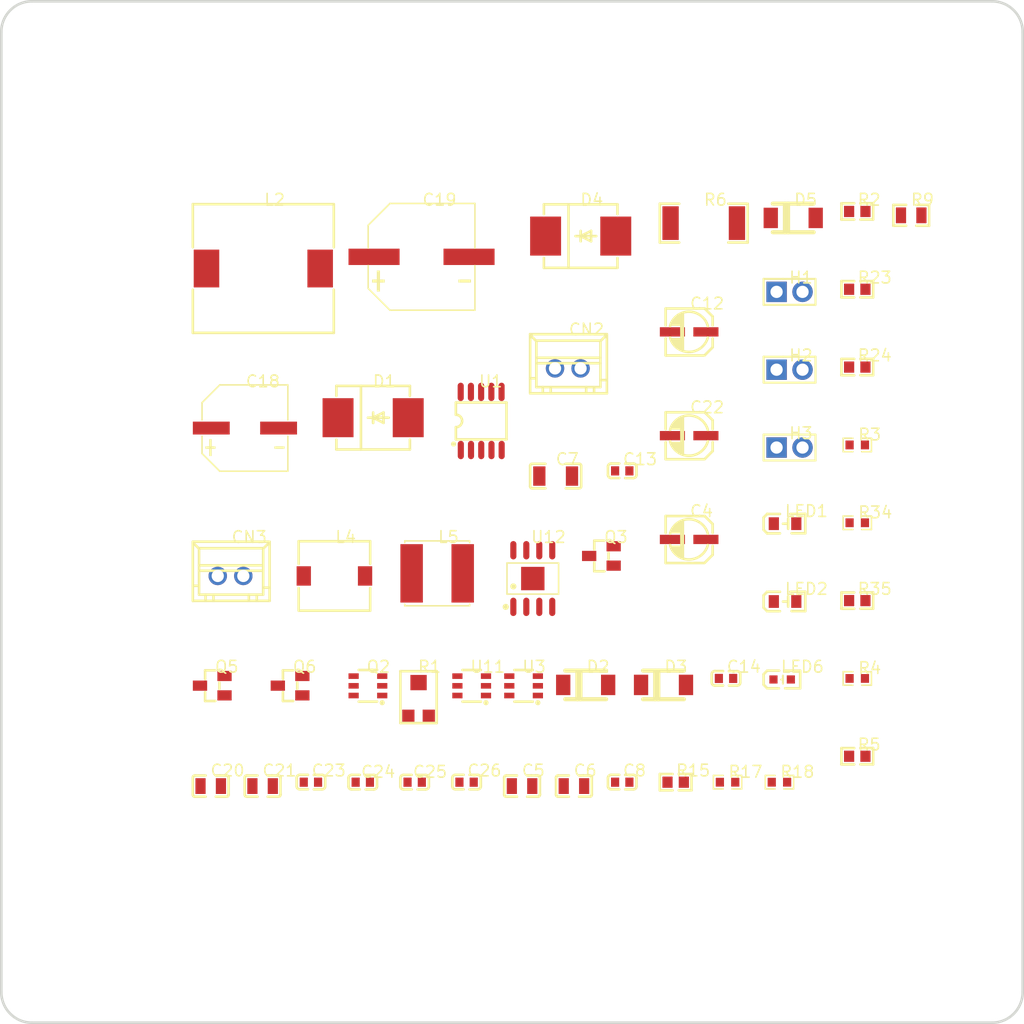
<source format=kicad_pcb>
(kicad_pcb (version 20171130) (host pcbnew "(5.1.5)-3") (page "A4") (layers (0 "F.Cu" signal) (31 "B.Cu" signal) (32 "B.Adhes" user) (33 "F.Adhes" user) (34 "B.Paste" user) (35 "F.Paste" user) (36 "B.SilkS" user) (37 "F.SilkS" user) (38 "B.Mask" user) (39 "F.Mask" user) (40 "Dwgs.User" user) (41 "Cmts.User" user) (42 "Eco1.User" user) (43 "Eco2.User" user) (44 "Edge.Cuts" user) (45 "Margin" user) (46 "B.CrtYd" user) (47 "F.CrtYd" user) (48 "B.Fab" user hide) (49 "F.Fab" user hide)) (net 0 "") (net 1 "U3_3") (net 2 "U3_2") (net 3 "U3_1") (net 4 "BAT-") (net 5 "U3_5") (net 6 "U3_4") (net 7 "U12_5") (net 8 "GND") (net 9 "BAT") (net 10 "L4_2") (net 11 "EN") (net 12 "V_SOLAR") (net 13 "V_SOL") (net 14 "U1_1") (net 15 "BAT+") (net 16 "+5V") (net 17 "R9_1") (net 18 "R5_1") (net 19 "U1_3") (net 20 "D4_1") (net 21 "U1_10") (net 22 "Q6_2") (net 23 "VOUT") (net 24 "V_SOL_5V") (net 25 "COMP") (net 26 "C24_1") (net 27 "R23_2") (net 28 "SW") (net 29 "BS") (net 30 "SS") (net 31 "U11_6") (net 32 "D1_2") (net 33 "U1_8") (net 34 "Q2_2") (net 35 "Q2_5") (net 36 "MPPT") (net 37 "LED6_1") (net 38 "U1_5") (net 39 "ATP3") (net 40 "H3_1") (net 41 "H3_2") (net 42 "H1_2") (net 43 "H2_2") (net 44 "U1_4") (net 45 "CN2_1") (net 46 "VCC") (net 47 "R1_2") (gr_line (start 5.08 205.712) (end 5.08 111.712) (width 0.254) (layer "Edge.Cuts") (status 40000)) (gr_line (start 102.08 208.712) (end 8.08 208.712) (width 0.254) (layer "Edge.Cuts") (status 40000)) (gr_line (start 105.08 111.712) (end 105.08 205.712) (width 0.254) (layer "Edge.Cuts") (status 40000)) (gr_line (start 8.08 108.712) (end 102.08 108.712) (width 0.254) (layer "Edge.Cuts") (status 40000)) (module "easyeda:SOT-23-6_L2.9-W1.6-P0.95-LS2.8-BR" (layer "F.Cu") (at 56.214 175.73) (attr smd) (fp_text value "FS312F-G" (at -0.216 -3.645 0) (layer "F.Fab") hide (effects (font (size 1.143 1.143) (thickness 0.152)) (justify left))) (fp_text reference "U3" (at -0.216 -1.867 0) (layer "F.SilkS") (effects (font (size 1.143 1.143) (thickness 0.152)) (justify left))) (fp_line (start -0.9 -1.55) (end 0.9 -1.55) (width 0.254) (layer "F.SilkS")) (fp_line (start -0.9 1.55) (end 0.9 1.55) (width 0.254) (layer "F.SilkS")) (fp_circle (center 1.397 1.651) (end 1.524 1.651) (layer "F.SilkS") (width 0.254)) (fp_circle (center 1.4 0.95) (end 1.5 0.95) (layer "Cmts.User") (width 0.2)) (pad 3 smd rect (at 1.4 -0.95 0) (size 1 0.55) (layers "F.Cu" "F.Paste" "F.Mask") (net 1 "U3_3")) (pad 2 smd rect (at 1.4 0 0) (size 1 0.55) (layers "F.Cu" "F.Paste" "F.Mask") (net 2 "U3_2")) (pad 1 smd rect (at 1.4 0.95 0) (size 1 0.55) (layers "F.Cu" "F.Paste" "F.Mask") (net 3 "U3_1")) (pad 6 smd rect (at -1.4 0.95 0) (size 1 0.55) (layers "F.Cu" "F.Paste" "F.Mask") (net 4 "BAT-")) (pad 5 smd rect (at -1.4 0 0) (size 1 0.55) (layers "F.Cu" "F.Paste" "F.Mask") (net 5 "U3_5")) (pad 4 smd rect (at -1.4 -0.95 0) (size 1 0.55) (layers "F.Cu" "F.Paste" "F.Mask") (net 6 "U3_4")) (fp_text user ggea526c20f9e3f58be (at 0 0) (layer "Cmts.User") (effects (font (size 1 1) (thickness 0.15))))) (module "easyeda:R0603" (layer "F.Cu") (at 81.264 185.166) (attr smd) (fp_text value "16K" (at 0 -2.794 0) (layer "F.Fab") hide (effects (font (size 1.143 1.143) (thickness 0.152)) (justify left))) (fp_text reference "R18" (at 0 -1.016 0) (layer "F.SilkS") (effects (font (size 1.143 1.143) (thickness 0.152)) (justify left))) (fp_poly (pts (xy 1.3 -0.45) (xy 0.45 -0.45) (xy 0.4 -0.4) (xy 0.4 -0.15) (xy 0.7 -0.15) (xy 0.7 0.15) (xy 0.4 0.15) (xy 0.4 0.4) (xy 0.45 0.45) (xy 1.3 0.45) (xy 1.35 0.4) (xy 1.35 -0.4)) (layer "F.Paste") (width 0)) (fp_poly (pts (xy -0.4 -0.4) (xy -0.4 -0.15) (xy -0.7 -0.15) (xy -0.7 0.15) (xy -0.4 0.15) (xy -0.4 0.4) (xy -0.45 0.45) (xy -1.3 0.45) (xy -1.35 0.4) (xy -1.35 -0.4) (xy -1.3 -0.45) (xy -0.45 -0.45)) (layer "F.Paste") (width 0)) (fp_line (start 0.426 0.661) (end 1.385 0.661) (width 0.152) (layer "F.SilkS")) (fp_line (start 1.385 0.661) (end 1.385 -0.661) (width 0.152) (layer "F.SilkS")) (fp_line (start 1.385 -0.661) (end 0.426 -0.661) (width 0.152) (layer "F.SilkS")) (fp_line (start -0.426 0.661) (end -1.385 0.661) (width 0.152) (layer "F.SilkS")) (fp_line (start -1.385 0.661) (end -1.385 -0.661) (width 0.152) (layer "F.SilkS")) (fp_line (start -1.385 -0.661) (end -0.426 -0.661) (width 0.152) (layer "F.SilkS")) (pad 2 smd rect (at 0.753 0 0) (size 0.806 0.864) (layers "F.Cu" "F.Paste" "F.Mask") (net 7 "U12_5")) (pad 1 smd rect (at -0.753 0 0) (size 0.806 0.864) (layers "F.Cu" "F.Paste" "F.Mask") (net 8 "GND")) (fp_text user ggea5201eb125f50edd (at 0 0) (layer "Cmts.User") (effects (font (size 1 1) (thickness 0.15))))) (module "easyeda:IND-SMD_L7.0-W6.8" (layer "F.Cu") (at 37.694 164.973) (attr smd) (fp_text value "22uH" (at 0 -5.588 0) (layer "F.Fab") hide (effects (font (size 1.143 1.143) (thickness 0.152)) (justify left))) (fp_text reference "L4" (at 0 -3.81 0) (layer "F.SilkS") (effects (font (size 1.143 1.143) (thickness 0.152)) (justify left))) (fp_line (start 3.5 3.4) (end -3.5 3.4) (width 0.254) (layer "F.SilkS")) (fp_line (start -3.5 -3.4) (end 3.5 -3.4) (width 0.254) (layer "F.SilkS")) (fp_line (start -3.5 -3.4) (end -3.5 -1.181) (width 0.254) (layer "F.SilkS")) (fp_line (start -3.5 1.181) (end -3.5 3.302) (width 0.254) (layer "F.SilkS")) (fp_line (start 3.5 3.4) (end 3.5 1.181) (width 0.254) (layer "F.SilkS")) (fp_line (start 3.5 -1.181) (end 3.5 -3.4) (width 0.254) (layer "F.SilkS")) (pad 1 smd rect (at -3 0 0) (size 1.4 1.9) (layers "F.Cu" "F.Paste" "F.Mask") (net 9 "BAT")) (pad 2 smd rect (at 3 0 180) (size 1.4 1.9) (layers "F.Cu" "F.Paste" "F.Mask") (net 10 "L4_2")) (fp_text user gge309cd47b452d9988 (at 0 0) (layer "Cmts.User") (effects (font (size 1 1) (thickness 0.15))))) (module "easyeda:R0603" (layer "F.Cu") (at 88.884 152.146) (attr smd) (fp_text value "100K" (at 0 -2.794 0) (layer "F.Fab") hide (effects (font (size 1.143 1.143) (thickness 0.152)) (justify left))) (fp_text reference "R3" (at 0 -1.016 0) (layer "F.SilkS") (effects (font (size 1.143 1.143) (thickness 0.152)) (justify left))) (fp_poly (pts (xy 1.3 -0.45) (xy 0.45 -0.45) (xy 0.4 -0.4) (xy 0.4 -0.15) (xy 0.7 -0.15) (xy 0.7 0.15) (xy 0.4 0.15) (xy 0.4 0.4) (xy 0.45 0.45) (xy 1.3 0.45) (xy 1.35 0.4) (xy 1.35 -0.4)) (layer "F.Paste") (width 0)) (fp_poly (pts (xy -0.4 -0.4) (xy -0.4 -0.15) (xy -0.7 -0.15) (xy -0.7 0.15) (xy -0.4 0.15) (xy -0.4 0.4) (xy -0.45 0.45) (xy -1.3 0.45) (xy -1.35 0.4) (xy -1.35 -0.4) (xy -1.3 -0.45) (xy -0.45 -0.45)) (layer "F.Paste") (width 0)) (fp_line (start 0.426 0.661) (end 1.385 0.661) (width 0.152) (layer "F.SilkS")) (fp_line (start 1.385 0.661) (end 1.385 -0.661) (width 0.152) (layer "F.SilkS")) (fp_line (start 1.385 -0.661) (end 0.426 -0.661) (width 0.152) (layer "F.SilkS")) (fp_line (start -0.426 0.661) (end -1.385 0.661) (width 0.152) (layer "F.SilkS")) (fp_line (start -1.385 0.661) (end -1.385 -0.661) (width 0.152) (layer "F.SilkS")) (fp_line (start -1.385 -0.661) (end -0.426 -0.661) (width 0.152) (layer "F.SilkS")) (pad 2 smd rect (at 0.753 0 0) (size 0.806 0.864) (layers "F.Cu" "F.Paste" "F.Mask") (net 11 "EN")) (pad 1 smd rect (at -0.753 0 0) (size 0.806 0.864) (layers "F.Cu" "F.Paste" "F.Mask") (net 12 "V_SOLAR")) (fp_text user gge5a6a8034f064745d (at 0 0) (layer "Cmts.User") (effects (font (size 1 1) (thickness 0.15))))) (module "easyeda:C0603" (layer "F.Cu") (at 65.873 185.166) (attr smd) (fp_text value "100nF" (at -0.011 -2.921 0) (layer "F.Fab") hide (effects (font (size 1.143 1.143) (thickness 0.152)) (justify left))) (fp_text reference "C8" (at -0.011 -1.143 0) (layer "F.SilkS") (effects (font (size 1.143 1.143) (thickness 0.152)) (justify left))) (fp_line (start -0.289 0.698) (end -1.089 0.698) (width 0.254) (layer "F.SilkS")) (fp_line (start -1.398 -0.412) (end -1.398 0.388) (width 0.254) (layer "F.SilkS")) (fp_line (start -0.289 -0.722) (end -1.089 -0.722) (width 0.254) (layer "F.SilkS")) (fp_line (start 0.287 0.704) (end 1.087 0.704) (width 0.254) (layer "F.SilkS")) (fp_line (start 0.287 -0.716) (end 1.087 -0.716) (width 0.254) (layer "F.SilkS")) (fp_line (start 1.397 -0.406) (end 1.397 0.394) (width 0.254) (layer "F.SilkS")) (fp_arc (start -1.089 -0.412) (end -1.399 -0.412) (angle 90) (width 0.254) (layer "F.SilkS")) (fp_arc (start -1.089 0.388) (end -1.089 0.698) (angle 90) (width 0.254) (layer "F.SilkS")) (fp_arc (start 1.087 -0.406) (end 1.087 -0.716) (angle 90) (width 0.254) (layer "F.SilkS")) (fp_arc (start 1.087 0.394) (end 1.397 0.394) (angle 90) (width 0.254) (layer "F.SilkS")) (pad 1 smd rect (at -0.7 0 0) (size 0.8 0.9) (layers "F.Cu" "F.Paste" "F.Mask") (net 13 "V_SOL")) (pad 2 smd rect (at 0.7 0 0) (size 0.8 0.9) (layers "F.Cu" "F.Paste" "F.Mask") (net 14 "U1_1")) (fp_text user gge326837ca14102ad1 (at 0 0) (layer "Cmts.User") (effects (font (size 1 1) (thickness 0.15))))) (module "easyeda:CAP-SMD_BD4.0-L4.3-W4.3-RD" (layer "F.Cu") (at 72.424 141.077) (attr smd) (fp_text value "10uF" (at 0 -4.552 0) (layer "F.Fab") hide (effects (font (size 1.143 1.143) (thickness 0.152)) (justify left))) (fp_text reference "C12" (at 0 -2.774 0) (layer "F.SilkS") (effects (font (size 1.143 1.143) (thickness 0.152)) (justify left))) (fp_line (start 2.3 1.51) (end 1.52 2.29) (width 0.254) (layer "F.SilkS")) (fp_line (start 2.3 -1.51) (end 1.52 -2.29) (width 0.254) (layer "F.SilkS")) (fp_line (start -2.3 2.31) (end 1.49 2.31) (width 0.254) (layer "F.SilkS")) (fp_line (start -2.3 -2.29) (end 1.52 -2.29) (width 0.254) (layer "F.SilkS")) (fp_line (start 2.3 1.51) (end 2.3 0.631) (width 0.254) (layer "F.SilkS")) (fp_line (start 2.3 -0.631) (end 2.3 -1.51) (width 0.254) (layer "F.SilkS")) (fp_line (start -2.3 2.31) (end -2.3 0.631) (width 0.254) (layer "F.SilkS")) (fp_line (start -2.3 -0.631) (end -2.3 -2.29) (width 0.254) (layer "F.SilkS")) (fp_arc (start -0.02 -0.061) (end -1.87 -0.563) (angle 149.608) (width 0.254) (layer "F.SilkS")) (fp_arc (start -0.02 0.048) (end 1.83 0.55) (angle 149.61) (width 0.254) (layer "F.SilkS")) (fp_poly (pts (xy -0.49 1.84) (xy -0.49 -1.89) (xy -1.17 -1.54) (xy -1.54 -1.09) (xy -1.78 -0.74) (xy -1.84 -0.59) (xy -0.89 -0.59) (xy -0.88 0.6) (xy -1.83 0.6) (xy -1.54 1.21) (xy -1.17 1.59) (xy -0.75 1.79) (xy -0.72 1.84)) (layer "F.SilkS") (width 0)) (fp_poly (pts (xy -1.742 -0.042) (xy -1.157 -0.042) (xy -1.157 0.058) (xy -1.742 0.058)) (layer "Cmts.User") (width 0)) (fp_poly (pts (xy 1.65 0.313) (xy 1.65 -0.272) (xy 1.75 -0.272) (xy 1.75 0.313)) (layer "Cmts.User") (width 0)) (fp_poly (pts (xy 1.96 0.04) (xy 1.375 0.04) (xy 1.375 -0.06) (xy 1.96 -0.06)) (layer "Cmts.User") (width 0)) (pad 2 smd rect (at -1.64 0 180) (size 2.46 0.91) (layers "F.Cu" "F.Paste" "F.Mask") (net 8 "GND")) (pad 1 smd rect (at 1.64 0 180) (size 2.46 0.91) (layers "F.Cu" "F.Paste" "F.Mask") (net 13 "V_SOL")) (fp_text user gge0c7ec58080dd78e6 (at 0 0) (layer "Cmts.User") (effects (font (size 1 1) (thickness 0.15))))) (module "easyeda:CAP-SMD_BD4.0-L4.3-W4.3-RD" (layer "F.Cu") (at 72.424 161.397) (attr smd) (fp_text value "10uF" (at 0 -4.552 0) (layer "F.Fab") hide (effects (font (size 1.143 1.143) (thickness 0.152)) (justify left))) (fp_text reference "C4" (at 0 -2.774 0) (layer "F.SilkS") (effects (font (size 1.143 1.143) (thickness 0.152)) (justify left))) (fp_line (start 2.3 1.51) (end 1.52 2.29) (width 0.254) (layer "F.SilkS")) (fp_line (start 2.3 -1.51) (end 1.52 -2.29) (width 0.254) (layer "F.SilkS")) (fp_line (start -2.3 2.31) (end 1.49 2.31) (width 0.254) (layer "F.SilkS")) (fp_line (start -2.3 -2.29) (end 1.52 -2.29) (width 0.254) (layer "F.SilkS")) (fp_line (start 2.3 1.51) (end 2.3 0.631) (width 0.254) (layer "F.SilkS")) (fp_line (start 2.3 -0.631) (end 2.3 -1.51) (width 0.254) (layer "F.SilkS")) (fp_line (start -2.3 2.31) (end -2.3 0.631) (width 0.254) (layer "F.SilkS")) (fp_line (start -2.3 -0.631) (end -2.3 -2.29) (width 0.254) (layer "F.SilkS")) (fp_arc (start -0.02 -0.061) (end -1.87 -0.563) (angle 149.608) (width 0.254) (layer "F.SilkS")) (fp_arc (start -0.02 0.048) (end 1.83 0.55) (angle 149.61) (width 0.254) (layer "F.SilkS")) (fp_poly (pts (xy -0.49 1.84) (xy -0.49 -1.89) (xy -1.17 -1.54) (xy -1.54 -1.09) (xy -1.78 -0.74) (xy -1.84 -0.59) (xy -0.89 -0.59) (xy -0.88 0.6) (xy -1.83 0.6) (xy -1.54 1.21) (xy -1.17 1.59) (xy -0.75 1.79) (xy -0.72 1.84)) (layer "F.SilkS") (width 0)) (fp_poly (pts (xy -1.742 -0.042) (xy -1.157 -0.042) (xy -1.157 0.058) (xy -1.742 0.058)) (layer "Cmts.User") (width 0)) (fp_poly (pts (xy 1.65 0.313) (xy 1.65 -0.272) (xy 1.75 -0.272) (xy 1.75 0.313)) (layer "Cmts.User") (width 0)) (fp_poly (pts (xy 1.96 0.04) (xy 1.375 0.04) (xy 1.375 -0.06) (xy 1.96 -0.06)) (layer "Cmts.User") (width 0)) (pad 2 smd rect (at -1.64 0 180) (size 2.46 0.91) (layers "F.Cu" "F.Paste" "F.Mask") (net 8 "GND")) (pad 1 smd rect (at 1.64 0 180) (size 2.46 0.91) (layers "F.Cu" "F.Paste" "F.Mask") (net 15 "BAT+")) (fp_text user ggeb303f670256510f6 (at 0 0) (layer "Cmts.User") (effects (font (size 1 1) (thickness 0.15))))) (module "easyeda:CAP-SMD_BD4.0-L4.3-W4.3-RD" (layer "F.Cu") (at 72.424 151.237) (attr smd) (fp_text value "10uF" (at 0 -4.552 0) (layer "F.Fab") hide (effects (font (size 1.143 1.143) (thickness 0.152)) (justify left))) (fp_text reference "C22" (at 0 -2.774 0) (layer "F.SilkS") (effects (font (size 1.143 1.143) (thickness 0.152)) (justify left))) (fp_line (start 2.3 1.51) (end 1.52 2.29) (width 0.254) (layer "F.SilkS")) (fp_line (start 2.3 -1.51) (end 1.52 -2.29) (width 0.254) (layer "F.SilkS")) (fp_line (start -2.3 2.31) (end 1.49 2.31) (width 0.254) (layer "F.SilkS")) (fp_line (start -2.3 -2.29) (end 1.52 -2.29) (width 0.254) (layer "F.SilkS")) (fp_line (start 2.3 1.51) (end 2.3 0.631) (width 0.254) (layer "F.SilkS")) (fp_line (start 2.3 -0.631) (end 2.3 -1.51) (width 0.254) (layer "F.SilkS")) (fp_line (start -2.3 2.31) (end -2.3 0.631) (width 0.254) (layer "F.SilkS")) (fp_line (start -2.3 -0.631) (end -2.3 -2.29) (width 0.254) (layer "F.SilkS")) (fp_arc (start -0.02 -0.061) (end -1.87 -0.563) (angle 149.608) (width 0.254) (layer "F.SilkS")) (fp_arc (start -0.02 0.048) (end 1.83 0.55) (angle 149.61) (width 0.254) (layer "F.SilkS")) (fp_poly (pts (xy -0.49 1.84) (xy -0.49 -1.89) (xy -1.17 -1.54) (xy -1.54 -1.09) (xy -1.78 -0.74) (xy -1.84 -0.59) (xy -0.89 -0.59) (xy -0.88 0.6) (xy -1.83 0.6) (xy -1.54 1.21) (xy -1.17 1.59) (xy -0.75 1.79) (xy -0.72 1.84)) (layer "F.SilkS") (width 0)) (fp_poly (pts (xy -1.742 -0.042) (xy -1.157 -0.042) (xy -1.157 0.058) (xy -1.742 0.058)) (layer "Cmts.User") (width 0)) (fp_poly (pts (xy 1.65 0.313) (xy 1.65 -0.272) (xy 1.75 -0.272) (xy 1.75 0.313)) (layer "Cmts.User") (width 0)) (fp_poly (pts (xy 1.96 0.04) (xy 1.375 0.04) (xy 1.375 -0.06) (xy 1.96 -0.06)) (layer "Cmts.User") (width 0)) (pad 2 smd rect (at -1.64 0 180) (size 2.46 0.91) (layers "F.Cu" "F.Paste" "F.Mask") (net 8 "GND")) (pad 1 smd rect (at 1.64 0 180) (size 2.46 0.91) (layers "F.Cu" "F.Paste" "F.Mask") (net 16 "+5V")) (fp_text user ggea3f199d8beda94fd (at 0 0) (layer "Cmts.User") (effects (font (size 1 1) (thickness 0.15))))) (module "easyeda:C1206" (layer "F.Cu") (at 59.354 155.194) (attr smd) (fp_text value "220nF" (at -0.076 -3.429 0) (layer "F.Fab") hide (effects (font (size 1.143 1.143) (thickness 0.152)) (justify left))) (fp_text reference "C7" (at -0.076 -1.651 0) (layer "F.SilkS") (effects (font (size 1.143 1.143) (thickness 0.152)) (justify left))) (fp_line (start 2.5 -1) (end 2.5 1) (width 0.254) (layer "F.SilkS")) (fp_line (start -1 -1.2) (end -2.2 -1.2) (width 0.254) (layer "F.SilkS")) (fp_line (start -1 1.2) (end -2.2 1.2) (width 0.254) (layer "F.SilkS")) (fp_line (start 1 -1.2) (end 2.2 -1.2) (width 0.254) (layer "F.SilkS")) (fp_line (start 1 1.2) (end 2.2 1.2) (width 0.254) (layer "F.SilkS")) (fp_line (start -2.5 -1) (end -2.5 1) (width 0.254) (layer "F.SilkS")) (fp_line (start -2.3 -1.2) (end -2.2 -1.2) (width 0.254) (layer "F.SilkS")) (fp_line (start -2.3 1.2) (end -2.2 1.2) (width 0.254) (layer "F.SilkS")) (fp_line (start 2.3 -1.2) (end 2.2 -1.2) (width 0.254) (layer "F.SilkS")) (fp_line (start 2.3 1.2) (end 2.2 1.2) (width 0.254) (layer "F.SilkS")) (fp_arc (start -2.3 -1) (end -2.5 -1) (angle 90) (width 0.254) (layer "F.SilkS")) (fp_arc (start -2.3 1) (end -2.3 1.2) (angle 90) (width 0.254) (layer "F.SilkS")) (fp_arc (start 2.3 -1) (end 2.3 -1.2) (angle 90) (width 0.254) (layer "F.SilkS")) (fp_arc (start 2.3 1) (end 2.5 1) (angle 90) (width 0.254) (layer "F.SilkS")) (pad 1 smd rect (at -1.6 0 0) (size 1.2 1.9) (layers "F.Cu" "F.Paste" "F.Mask") (net 8 "GND")) (pad 2 smd rect (at 1.6 0 0) (size 1.2 1.9) (layers "F.Cu" "F.Paste" "F.Mask") (net 17 "R9_1")) (fp_text user gge5bb6e8414324c85c (at 0 0) (layer "Cmts.User") (effects (font (size 1 1) (thickness 0.15))))) (module "easyeda:LED0805-RD" (layer "F.Cu") (at 81.814 159.855) (attr smd) (fp_text value "RED" (at -0.105 -3.01 0) (layer "F.Fab") hide (effects (font (size 1.143 1.143) (thickness 0.152)) (justify left))) (fp_text reference "LED1" (at -0.105 -1.232 0) (layer "F.SilkS") (effects (font (size 1.143 1.143) (thickness 0.152)) (justify left))) (fp_line (start 0.5 -0.95) (end 1.98 -0.96) (width 0.254) (layer "F.SilkS")) (fp_line (start 0.64 0.94) (end 1.98 0.94) (width 0.254) (layer "F.SilkS")) (fp_line (start 1.98 -0.96) (end 1.98 0.94) (width 0.254) (layer "F.SilkS")) (fp_line (start -1.75 0.95) (end -1.75 0.95) (width 0.254) (layer "F.SilkS")) (fp_line (start -1.75 0.95) (end -2.1 0.6) (width 0.254) (layer "F.SilkS")) (fp_line (start -1.75 -0.95) (end -1.75 -0.95) (width 0.254) (layer "F.SilkS")) (fp_line (start -1.75 -0.95) (end -2.1 -0.6) (width 0.254) (layer "F.SilkS")) (fp_line (start -0.5 -0.95) (end -1.75 -0.95) (width 0.254) (layer "F.SilkS")) (fp_line (start -0.5 0.95) (end -1.75 0.95) (width 0.254) (layer "F.SilkS")) (fp_line (start -2.1 -0.6) (end -2.1 0.6) (width 0.254) (layer "F.SilkS")) (fp_line (start 0.3 -0.5) (end 0.3 0.5) (width 0.254) (layer "F.SilkS")) (fp_line (start 0.3 0.005) (end -0.2 0.005) (width 0.254) (layer "F.SilkS")) (fp_poly (pts (xy 1 -0.7) (xy 1.2 -0.7) (xy 1.2 0.7) (xy 1 0.7)) (layer "Cmts.User") (width 0)) (fp_poly (pts (xy 0.635 0.094) (xy 1.635 0.094) (xy 1.635 -0.056) (xy 0.635 -0.056)) (layer "Cmts.User") (width 0)) (fp_poly (pts (xy -1.6 0) (xy -0.6 0) (xy -0.6 -0.15) (xy -1.6 -0.15)) (layer "Cmts.User") (width 0)) (pad 2 smd rect (at 1.1 0 180) (size 1 1.25) (layers "F.Cu" "F.Paste" "F.Mask") (net 18 "R5_1")) (pad 1 smd rect (at -1.1 0 180) (size 1 1.25) (layers "F.Cu" "F.Paste" "F.Mask") (net 19 "U1_3")) (fp_text user gge48c2d4982f4ec99a (at 0 0) (layer "Cmts.User") (effects (font (size 1 1) (thickness 0.15))))) (module "easyeda:SOT-23_L2.9-W1.3-P1.90-LS2.4-BR" (layer "F.Cu") (at 25.734 175.715) (attr smd) (fp_text value "AO3401A" (at 0.184 -3.63 0) (layer "F.Fab") hide (effects (font (size 1.143 1.143) (thickness 0.152)) (justify left))) (fp_text reference "Q5" (at 0.184 -1.852 0) (layer "F.SilkS") (effects (font (size 1.143 1.143) (thickness 0.152)) (justify left))) (fp_line (start -0.7 -0.636) (end -0.7 -1.5) (width 0.254) (layer "F.SilkS")) (fp_line (start -0.7 -1.5) (end 0.3 -1.5) (width 0.254) (layer "F.SilkS")) (fp_line (start 0.7 0.314) (end 0.7 -0.314) (width 0.254) (layer "F.SilkS")) (fp_line (start -0.7 1.5) (end -0.7 0.636) (width 0.254) (layer "F.SilkS")) (fp_line (start -0.7 1.5) (end 0.3 1.5) (width 0.254) (layer "F.SilkS")) (fp_circle (center 2.134 0.94) (end 2.284 0.94) (layer "Cmts.User") (width 0.3)) (pad 2 smd rect (at 1.2 -0.95 180) (size 1.4 1) (layers "F.Cu" "F.Paste" "F.Mask") (net 13 "V_SOL")) (pad 3 smd rect (at -1.2 0 180) (size 1.4 1) (layers "F.Cu" "F.Paste" "F.Mask") (net 20 "D4_1")) (pad 1 smd rect (at 1.2 0.95 180) (size 1.4 1) (layers "F.Cu" "F.Paste" "F.Mask") (net 21 "U1_10")) (fp_text user ggee30c337f5207c3bf (at 0 0) (layer "Cmts.User") (effects (font (size 1 1) (thickness 0.15))))) (module "easyeda:SOT-23_L2.9-W1.3-P1.90-LS2.4-BR" (layer "F.Cu") (at 63.834 163.015) (attr smd) (fp_text value "AO3401A" (at 0.184 -3.63 0) (layer "F.Fab") hide (effects (font (size 1.143 1.143) (thickness 0.152)) (justify left))) (fp_text reference "Q3" (at 0.184 -1.852 0) (layer "F.SilkS") (effects (font (size 1.143 1.143) (thickness 0.152)) (justify left))) (fp_line (start -0.7 -0.636) (end -0.7 -1.5) (width 0.254) (layer "F.SilkS")) (fp_line (start -0.7 -1.5) (end 0.3 -1.5) (width 0.254) (layer "F.SilkS")) (fp_line (start 0.7 0.314) (end 0.7 -0.314) (width 0.254) (layer "F.SilkS")) (fp_line (start -0.7 1.5) (end -0.7 0.636) (width 0.254) (layer "F.SilkS")) (fp_line (start -0.7 1.5) (end 0.3 1.5) (width 0.254) (layer "F.SilkS")) (fp_circle (center 2.134 0.94) (end 2.284 0.94) (layer "Cmts.User") (width 0.3)) (pad 2 smd rect (at 1.2 -0.95 180) (size 1.4 1) (layers "F.Cu" "F.Paste" "F.Mask") (net 22 "Q6_2")) (pad 3 smd rect (at -1.2 0 180) (size 1.4 1) (layers "F.Cu" "F.Paste" "F.Mask") (net 23 "VOUT")) (pad 1 smd rect (at 1.2 0.95 180) (size 1.4 1) (layers "F.Cu" "F.Paste" "F.Mask") (net 12 "V_SOLAR")) (fp_text user ggea8d4ab25b4042f19 (at 0 0) (layer "Cmts.User") (effects (font (size 1 1) (thickness 0.15))))) (module "easyeda:SOT-23_L2.9-W1.3-P1.90-LS2.4-BR" (layer "F.Cu") (at 33.354 175.715) (attr smd) (fp_text value "AO3401A" (at 0.184 -3.63 0) (layer "F.Fab") hide (effects (font (size 1.143 1.143) (thickness 0.152)) (justify left))) (fp_text reference "Q6" (at 0.184 -1.852 0) (layer "F.SilkS") (effects (font (size 1.143 1.143) (thickness 0.152)) (justify left))) (fp_line (start -0.7 -0.636) (end -0.7 -1.5) (width 0.254) (layer "F.SilkS")) (fp_line (start -0.7 -1.5) (end 0.3 -1.5) (width 0.254) (layer "F.SilkS")) (fp_line (start 0.7 0.314) (end 0.7 -0.314) (width 0.254) (layer "F.SilkS")) (fp_line (start -0.7 1.5) (end -0.7 0.636) (width 0.254) (layer "F.SilkS")) (fp_line (start -0.7 1.5) (end 0.3 1.5) (width 0.254) (layer "F.SilkS")) (fp_circle (center 2.134 0.94) (end 2.284 0.94) (layer "Cmts.User") (width 0.3)) (pad 2 smd rect (at 1.2 -0.95 180) (size 1.4 1) (layers "F.Cu" "F.Paste" "F.Mask") (net 22 "Q6_2")) (pad 3 smd rect (at -1.2 0 180) (size 1.4 1) (layers "F.Cu" "F.Paste" "F.Mask") (net 16 "+5V")) (pad 1 smd rect (at 1.2 0.95 180) (size 1.4 1) (layers "F.Cu" "F.Paste" "F.Mask") (net 12 "V_SOLAR")) (fp_text user gge14318c4efd84f293 (at 0 0) (layer "Cmts.User") (effects (font (size 1 1) (thickness 0.15))))) (module "easyeda:CAP-SMD_BD8.0-L8.3-W8.3-FD" (layer "F.Cu") (at 28.934 150.495) (attr smd) (fp_text value "470uF" (at 0 -6.35 0) (layer "F.Fab") hide (effects (font (size 1.143 1.143) (thickness 0.152)) (justify left))) (fp_text reference "C18" (at 0 -4.572 0) (layer "F.SilkS") (effects (font (size 1.143 1.143) (thickness 0.152)) (justify left))) (fp_line (start 4.201 0.782) (end 4.201 4.226) (width 0.152) (layer "F.SilkS")) (fp_line (start 4.201 4.226) (end -2.465 4.226) (width 0.152) (layer "F.SilkS")) (fp_line (start -2.465 4.226) (end -4.201 2.49) (width 0.152) (layer "F.SilkS")) (fp_line (start -4.201 2.49) (end -4.201 0.782) (width 0.152) (layer "F.SilkS")) (fp_line (start 4.201 -0.782) (end 4.201 -4.226) (width 0.152) (layer "F.SilkS")) (fp_line (start 4.201 -4.226) (end -2.465 -4.226) (width 0.152) (layer "F.SilkS")) (fp_line (start -2.465 -4.226) (end -4.201 -2.49) (width 0.152) (layer "F.SilkS")) (fp_line (start -4.201 -2.49) (end -4.201 -0.782) (width 0.152) (layer "F.SilkS")) (fp_poly (pts (xy 3.876 1.785) (xy 3.876 2.033) (xy 2.88 2.033) (xy 2.88 1.785)) (layer "F.SilkS") (width 0)) (fp_poly (pts (xy -3.876 1.785) (xy -3.876 2.033) (xy -2.88 2.033) (xy -2.88 1.785)) (layer "F.SilkS") (width 0)) (fp_poly (pts (xy -3.503 1.079) (xy -3.503 2.739) (xy -3.254 2.739) (xy -3.254 1.079)) (layer "F.SilkS") (width 0)) (fp_poly (pts (xy 3.876 -0.125) (xy 3.876 0.125) (xy 2.88 0.125) (xy 2.88 -0.125)) (layer "Cmts.User") (width 0)) (fp_poly (pts (xy -3.876 -0.125) (xy -3.876 0.125) (xy -2.88 0.125) (xy -2.88 -0.125)) (layer "Cmts.User") (width 0)) (fp_poly (pts (xy -3.503 -0.83) (xy -3.503 0.83) (xy -3.254 0.83) (xy -3.254 -0.83)) (layer "Cmts.User") (width 0)) (pad 1 smd rect (at -3.295 0 0) (size 3.61 1.26) (layers "F.Cu" "F.Paste" "F.Mask") (net 24 "V_SOL_5V")) (pad 2 smd rect (at 3.295 0 0) (size 3.61 1.26) (layers "F.Cu" "F.Paste" "F.Mask") (net 8 "GND")) (fp_text user gge37ab2f4d966b7cf0 (at 0 0) (layer "Cmts.User") (effects (font (size 1 1) (thickness 0.15))))) (module "easyeda:C0603" (layer "F.Cu") (at 40.473 185.166) (attr smd) (fp_text value "33nF" (at -0.254 -2.794 0) (layer "F.Fab") hide (effects (font (size 1.143 1.143) (thickness 0.152)) (justify left))) (fp_text reference "C24" (at -0.254 -1.016 0) (layer "F.SilkS") (effects (font (size 1.143 1.143) (thickness 0.152)) (justify left))) (fp_line (start 1.39 -0.4) (end 1.39 0.4) (width 0.254) (layer "F.SilkS")) (fp_line (start 0.28 -0.71) (end 1.08 -0.71) (width 0.254) (layer "F.SilkS")) (fp_line (start 0.28 0.71) (end 1.08 0.71) (width 0.254) (layer "F.SilkS")) (fp_line (start -0.296 -0.715) (end -1.096 -0.715) (width 0.254) (layer "F.SilkS")) (fp_line (start -1.405 -0.406) (end -1.405 0.394) (width 0.254) (layer "F.SilkS")) (fp_line (start -0.296 0.704) (end -1.096 0.704) (width 0.254) (layer "F.SilkS")) (fp_arc (start -1.096 -0.406) (end -1.406 -0.406) (angle 90) (width 0.254) (layer "F.SilkS")) (fp_arc (start -1.096 0.394) (end -1.096 0.704) (angle 90.005) (width 0.254) (layer "F.SilkS")) (fp_arc (start 1.08 -0.4) (end 1.08 -0.71) (angle 90.005) (width 0.254) (layer "F.SilkS")) (fp_arc (start 1.08 0.4) (end 1.39 0.4) (angle 90) (width 0.254) (layer "F.SilkS")) (pad 2 smd rect (at 0.7 0 0) (size 0.8 0.9) (layers "F.Cu" "F.Paste" "F.Mask") (net 25 "COMP")) (pad 1 smd rect (at -0.7 0 0) (size 0.8 0.9) (layers "F.Cu" "F.Paste" "F.Mask") (net 26 "C24_1")) (fp_text user gge3bb758a1f9feecde (at 0 0) (layer "Cmts.User") (effects (font (size 1 1) (thickness 0.15))))) (module "easyeda:R0603" (layer "F.Cu") (at 88.884 136.906) (attr smd) (fp_text value "1K" (at -0.049 -2.921 0) (layer "F.Fab") hide (effects (font (size 1.143 1.143) (thickness 0.152)) (justify left))) (fp_text reference "R23" (at -0.049 -1.143 0) (layer "F.SilkS") (effects (font (size 1.143 1.143) (thickness 0.152)) (justify left))) (fp_line (start -1.55 -0.8) (end -1.55 0.8) (width 0.254) (layer "F.SilkS")) (fp_line (start 0.301 0.795) (end 1.551 0.795) (width 0.254) (layer "F.SilkS")) (fp_line (start 0.301 -0.805) (end 1.551 -0.805) (width 0.254) (layer "F.SilkS")) (fp_line (start -0.3 0.8) (end -1.55 0.8) (width 0.254) (layer "F.SilkS")) (fp_line (start -0.3 -0.8) (end -1.55 -0.8) (width 0.254) (layer "F.SilkS")) (fp_line (start 1.551 -0.805) (end 1.551 0.795) (width 0.254) (layer "F.SilkS")) (pad 2 smd rect (at 0.8 0 0) (size 1 1.1) (layers "F.Cu" "F.Paste" "F.Mask") (net 27 "R23_2")) (pad 1 smd rect (at -0.8 0 0) (size 1 1.1) (layers "F.Cu" "F.Paste" "F.Mask") (net 8 "GND")) (fp_text user gge55b5156a3a45742e (at 0 0) (layer "Cmts.User") (effects (font (size 1 1) (thickness 0.15))))) (module "easyeda:R0603" (layer "F.Cu") (at 88.884 182.626) (attr smd) (fp_text value "1K" (at -0.049 -2.921 0) (layer "F.Fab") hide (effects (font (size 1.143 1.143) (thickness 0.152)) (justify left))) (fp_text reference "R5" (at -0.049 -1.143 0) (layer "F.SilkS") (effects (font (size 1.143 1.143) (thickness 0.152)) (justify left))) (fp_line (start -1.55 -0.8) (end -1.55 0.8) (width 0.254) (layer "F.SilkS")) (fp_line (start 0.301 0.795) (end 1.551 0.795) (width 0.254) (layer "F.SilkS")) (fp_line (start 0.301 -0.805) (end 1.551 -0.805) (width 0.254) (layer "F.SilkS")) (fp_line (start -0.3 0.8) (end -1.55 0.8) (width 0.254) (layer "F.SilkS")) (fp_line (start -0.3 -0.8) (end -1.55 -0.8) (width 0.254) (layer "F.SilkS")) (fp_line (start 1.551 -0.805) (end 1.551 0.795) (width 0.254) (layer "F.SilkS")) (pad 2 smd rect (at 0.8 0 0) (size 1 1.1) (layers "F.Cu" "F.Paste" "F.Mask") (net 13 "V_SOL")) (pad 1 smd rect (at -0.8 0 0) (size 1 1.1) (layers "F.Cu" "F.Paste" "F.Mask") (net 18 "R5_1")) (fp_text user gge3f7b8a6db59a15bb (at 0 0) (layer "Cmts.User") (effects (font (size 1 1) (thickness 0.15))))) (module "easyeda:C0603" (layer "F.Cu") (at 45.553 185.166) (attr smd) (fp_text value "10nF" (at -0.254 -2.794 0) (layer "F.Fab") hide (effects (font (size 1.143 1.143) (thickness 0.152)) (justify left))) (fp_text reference "C25" (at -0.254 -1.016 0) (layer "F.SilkS") (effects (font (size 1.143 1.143) (thickness 0.152)) (justify left))) (fp_line (start 1.39 -0.4) (end 1.39 0.4) (width 0.254) (layer "F.SilkS")) (fp_line (start 0.28 -0.71) (end 1.08 -0.71) (width 0.254) (layer "F.SilkS")) (fp_line (start 0.28 0.71) (end 1.08 0.71) (width 0.254) (layer "F.SilkS")) (fp_line (start -0.296 -0.715) (end -1.096 -0.715) (width 0.254) (layer "F.SilkS")) (fp_line (start -1.405 -0.406) (end -1.405 0.394) (width 0.254) (layer "F.SilkS")) (fp_line (start -0.296 0.704) (end -1.096 0.704) (width 0.254) (layer "F.SilkS")) (fp_arc (start -1.096 -0.406) (end -1.406 -0.406) (angle 90) (width 0.254) (layer "F.SilkS")) (fp_arc (start -1.096 0.394) (end -1.096 0.704) (angle 90.005) (width 0.254) (layer "F.SilkS")) (fp_arc (start 1.08 -0.4) (end 1.08 -0.71) (angle 90.005) (width 0.254) (layer "F.SilkS")) (fp_arc (start 1.08 0.4) (end 1.39 0.4) (angle 90) (width 0.254) (layer "F.SilkS")) (pad 2 smd rect (at 0.7 0 0) (size 0.8 0.9) (layers "F.Cu" "F.Paste" "F.Mask") (net 28 "SW")) (pad 1 smd rect (at -0.7 0 0) (size 0.8 0.9) (layers "F.Cu" "F.Paste" "F.Mask") (net 29 "BS")) (fp_text user gge77fc4079dab487bb (at 0 0) (layer "Cmts.User") (effects (font (size 1 1) (thickness 0.15))))) (module "easyeda:C0603" (layer "F.Cu") (at 35.393 185.166) (attr smd) (fp_text value "100nF" (at -0.011 -2.921 0) (layer "F.Fab") hide (effects (font (size 1.143 1.143) (thickness 0.152)) (justify left))) (fp_text reference "C23" (at -0.011 -1.143 0) (layer "F.SilkS") (effects (font (size 1.143 1.143) (thickness 0.152)) (justify left))) (fp_line (start -0.289 0.698) (end -1.089 0.698) (width 0.254) (layer "F.SilkS")) (fp_line (start -1.398 -0.412) (end -1.398 0.388) (width 0.254) (layer "F.SilkS")) (fp_line (start -0.289 -0.722) (end -1.089 -0.722) (width 0.254) (layer "F.SilkS")) (fp_line (start 0.287 0.704) (end 1.087 0.704) (width 0.254) (layer "F.SilkS")) (fp_line (start 0.287 -0.716) (end 1.087 -0.716) (width 0.254) (layer "F.SilkS")) (fp_line (start 1.397 -0.406) (end 1.397 0.394) (width 0.254) (layer "F.SilkS")) (fp_arc (start -1.089 -0.412) (end -1.399 -0.412) (angle 90) (width 0.254) (layer "F.SilkS")) (fp_arc (start -1.089 0.388) (end -1.089 0.698) (angle 90) (width 0.254) (layer "F.SilkS")) (fp_arc (start 1.087 -0.406) (end 1.087 -0.716) (angle 90) (width 0.254) (layer "F.SilkS")) (fp_arc (start 1.087 0.394) (end 1.397 0.394) (angle 90) (width 0.254) (layer "F.SilkS")) (pad 1 smd rect (at -0.7 0 0) (size 0.8 0.9) (layers "F.Cu" "F.Paste" "F.Mask") (net 8 "GND")) (pad 2 smd rect (at 0.7 0 0) (size 0.8 0.9) (layers "F.Cu" "F.Paste" "F.Mask") (net 30 "SS")) (fp_text user ggec636d7627d827434 (at 0 0) (layer "Cmts.User") (effects (font (size 1 1) (thickness 0.15))))) (module "easyeda:C0603" (layer "F.Cu") (at 65.873 154.686) (attr smd) (fp_text value "100nF" (at -0.011 -2.921 0) (layer "F.Fab") hide (effects (font (size 1.143 1.143) (thickness 0.152)) (justify left))) (fp_text reference "C13" (at -0.011 -1.143 0) (layer "F.SilkS") (effects (font (size 1.143 1.143) (thickness 0.152)) (justify left))) (fp_line (start -0.289 0.698) (end -1.089 0.698) (width 0.254) (layer "F.SilkS")) (fp_line (start -1.398 -0.412) (end -1.398 0.388) (width 0.254) (layer "F.SilkS")) (fp_line (start -0.289 -0.722) (end -1.089 -0.722) (width 0.254) (layer "F.SilkS")) (fp_line (start 0.287 0.704) (end 1.087 0.704) (width 0.254) (layer "F.SilkS")) (fp_line (start 0.287 -0.716) (end 1.087 -0.716) (width 0.254) (layer "F.SilkS")) (fp_line (start 1.397 -0.406) (end 1.397 0.394) (width 0.254) (layer "F.SilkS")) (fp_arc (start -1.089 -0.412) (end -1.399 -0.412) (angle 90) (width 0.254) (layer "F.SilkS")) (fp_arc (start -1.089 0.388) (end -1.089 0.698) (angle 90) (width 0.254) (layer "F.SilkS")) (fp_arc (start 1.087 -0.406) (end 1.087 -0.716) (angle 90) (width 0.254) (layer "F.SilkS")) (fp_arc (start 1.087 0.394) (end 1.397 0.394) (angle 90) (width 0.254) (layer "F.SilkS")) (pad 1 smd rect (at -0.7 0 0) (size 0.8 0.9) (layers "F.Cu" "F.Paste" "F.Mask") (net 5 "U3_5")) (pad 2 smd rect (at 0.7 0 0) (size 0.8 0.9) (layers "F.Cu" "F.Paste" "F.Mask") (net 4 "BAT-")) (fp_text user ggea418379a1814754e (at 0 0) (layer "Cmts.User") (effects (font (size 1 1) (thickness 0.15))))) (module "easyeda:C0603" (layer "F.Cu") (at 50.633 185.166) (attr smd) (fp_text value "100nF" (at -0.011 -2.921 0) (layer "F.Fab") hide (effects (font (size 1.143 1.143) (thickness 0.152)) (justify left))) (fp_text reference "C26" (at -0.011 -1.143 0) (layer "F.SilkS") (effects (font (size 1.143 1.143) (thickness 0.152)) (justify left))) (fp_line (start -0.289 0.698) (end -1.089 0.698) (width 0.254) (layer "F.SilkS")) (fp_line (start -1.398 -0.412) (end -1.398 0.388) (width 0.254) (layer "F.SilkS")) (fp_line (start -0.289 -0.722) (end -1.089 -0.722) (width 0.254) (layer "F.SilkS")) (fp_line (start 0.287 0.704) (end 1.087 0.704) (width 0.254) (layer "F.SilkS")) (fp_line (start 0.287 -0.716) (end 1.087 -0.716) (width 0.254) (layer "F.SilkS")) (fp_line (start 1.397 -0.406) (end 1.397 0.394) (width 0.254) (layer "F.SilkS")) (fp_arc (start -1.089 -0.412) (end -1.399 -0.412) (angle 90) (width 0.254) (layer "F.SilkS")) (fp_arc (start -1.089 0.388) (end -1.089 0.698) (angle 90) (width 0.254) (layer "F.SilkS")) (fp_arc (start 1.087 -0.406) (end 1.087 -0.716) (angle 90) (width 0.254) (layer "F.SilkS")) (fp_arc (start 1.087 0.394) (end 1.397 0.394) (angle 90) (width 0.254) (layer "F.SilkS")) (pad 1 smd rect (at -0.7 0 0) (size 0.8 0.9) (layers "F.Cu" "F.Paste" "F.Mask") (net 8 "GND")) (pad 2 smd rect (at 0.7 0 0) (size 0.8 0.9) (layers "F.Cu" "F.Paste" "F.Mask") (net 12 "V_SOLAR")) (fp_text user gge2532c203e6b7f6d9 (at 0 0) (layer "Cmts.User") (effects (font (size 1 1) (thickness 0.15))))) (module "easyeda:IND-SMD_L6.0-W6.0" (layer "F.Cu") (at 47.754 164.719) (attr smd) (fp_text value "47uH" (at 0 -5.334 0) (layer "F.Fab") hide (effects (font (size 1.143 1.143) (thickness 0.152)) (justify left))) (fp_text reference "L5" (at 0 -3.556 0) (layer "F.SilkS") (effects (font (size 1.143 1.143) (thickness 0.152)) (justify left))) (fp_line (start -3.176 -3.012) (end -3.176 -3.176) (width 0.152) (layer "F.SilkS")) (fp_line (start -3.176 -3.176) (end 3.176 -3.176) (width 0.152) (layer "F.SilkS")) (fp_line (start 3.176 -3.176) (end 3.176 -3.012) (width 0.152) (layer "F.SilkS")) (fp_line (start -3.176 3.012) (end -3.176 3.176) (width 0.152) (layer "F.SilkS")) (fp_line (start -3.176 3.176) (end 3.176 3.176) (width 0.152) (layer "F.SilkS")) (fp_line (start 3.176 3.176) (end 3.176 3.012) (width 0.152) (layer "F.SilkS")) (pad 2 smd rect (at 2.5 0 0) (size 2.2 5.72) (layers "F.Cu" "F.Paste" "F.Mask") (net 24 "V_SOL_5V")) (pad 1 smd rect (at -2.5 0 0) (size 2.2 5.72) (layers "F.Cu" "F.Paste" "F.Mask") (net 28 "SW")) (fp_text user ggee7d66322c3934d66 (at 0 0) (layer "Cmts.User") (effects (font (size 1 1) (thickness 0.15))))) (module "easyeda:R0603" (layer "F.Cu") (at 88.884 159.766) (attr smd) (fp_text value "100" (at 0 -2.794 0) (layer "F.Fab") hide (effects (font (size 1.143 1.143) (thickness 0.152)) (justify left))) (fp_text reference "R34" (at 0 -1.016 0) (layer "F.SilkS") (effects (font (size 1.143 1.143) (thickness 0.152)) (justify left))) (fp_poly (pts (xy 1.3 -0.45) (xy 0.45 -0.45) (xy 0.4 -0.4) (xy 0.4 -0.15) (xy 0.7 -0.15) (xy 0.7 0.15) (xy 0.4 0.15) (xy 0.4 0.4) (xy 0.45 0.45) (xy 1.3 0.45) (xy 1.35 0.4) (xy 1.35 -0.4)) (layer "F.Paste") (width 0)) (fp_poly (pts (xy -0.4 -0.4) (xy -0.4 -0.15) (xy -0.7 -0.15) (xy -0.7 0.15) (xy -0.4 0.15) (xy -0.4 0.4) (xy -0.45 0.45) (xy -1.3 0.45) (xy -1.35 0.4) (xy -1.35 -0.4) (xy -1.3 -0.45) (xy -0.45 -0.45)) (layer "F.Paste") (width 0)) (fp_line (start 0.426 0.661) (end 1.385 0.661) (width 0.152) (layer "F.SilkS")) (fp_line (start 1.385 0.661) (end 1.385 -0.661) (width 0.152) (layer "F.SilkS")) (fp_line (start 1.385 -0.661) (end 0.426 -0.661) (width 0.152) (layer "F.SilkS")) (fp_line (start -0.426 0.661) (end -1.385 0.661) (width 0.152) (layer "F.SilkS")) (fp_line (start -1.385 0.661) (end -1.385 -0.661) (width 0.152) (layer "F.SilkS")) (fp_line (start -1.385 -0.661) (end -0.426 -0.661) (width 0.152) (layer "F.SilkS")) (pad 2 smd rect (at 0.753 0 0) (size 0.806 0.864) (layers "F.Cu" "F.Paste" "F.Mask") (net 15 "BAT+")) (pad 1 smd rect (at -0.753 0 0) (size 0.806 0.864) (layers "F.Cu" "F.Paste" "F.Mask") (net 5 "U3_5")) (fp_text user ggec7fcac2dc179deab (at 0 0) (layer "Cmts.User") (effects (font (size 1 1) (thickness 0.15))))) (module "easyeda:R0603" (layer "F.Cu") (at 76.184 185.166) (attr smd) (fp_text value "76.8K" (at 0 -2.794 0) (layer "F.Fab") hide (effects (font (size 1.143 1.143) (thickness 0.152)) (justify left))) (fp_text reference "R17" (at 0 -1.016 0) (layer "F.SilkS") (effects (font (size 1.143 1.143) (thickness 0.152)) (justify left))) (fp_poly (pts (xy 1.3 -0.45) (xy 0.45 -0.45) (xy 0.4 -0.4) (xy 0.4 -0.15) (xy 0.7 -0.15) (xy 0.7 0.15) (xy 0.4 0.15) (xy 0.4 0.4) (xy 0.45 0.45) (xy 1.3 0.45) (xy 1.35 0.4) (xy 1.35 -0.4)) (layer "F.Paste") (width 0)) (fp_poly (pts (xy -0.4 -0.4) (xy -0.4 -0.15) (xy -0.7 -0.15) (xy -0.7 0.15) (xy -0.4 0.15) (xy -0.4 0.4) (xy -0.45 0.45) (xy -1.3 0.45) (xy -1.35 0.4) (xy -1.35 -0.4) (xy -1.3 -0.45) (xy -0.45 -0.45)) (layer "F.Paste") (width 0)) (fp_line (start 0.426 0.661) (end 1.385 0.661) (width 0.152) (layer "F.SilkS")) (fp_line (start 1.385 0.661) (end 1.385 -0.661) (width 0.152) (layer "F.SilkS")) (fp_line (start 1.385 -0.661) (end 0.426 -0.661) (width 0.152) (layer "F.SilkS")) (fp_line (start -0.426 0.661) (end -1.385 0.661) (width 0.152) (layer "F.SilkS")) (fp_line (start -1.385 0.661) (end -1.385 -0.661) (width 0.152) (layer "F.SilkS")) (fp_line (start -1.385 -0.661) (end -0.426 -0.661) (width 0.152) (layer "F.SilkS")) (pad 2 smd rect (at 0.753 0 0) (size 0.806 0.864) (layers "F.Cu" "F.Paste" "F.Mask") (net 24 "V_SOL_5V")) (pad 1 smd rect (at -0.753 0 0) (size 0.806 0.864) (layers "F.Cu" "F.Paste" "F.Mask") (net 7 "U12_5")) (fp_text user gge69ca989f93e744f7 (at 0 0) (layer "Cmts.User") (effects (font (size 1 1) (thickness 0.15))))) (module "easyeda:SOT-23-6_L2.9-W1.6-P0.95-LS2.8-BR" (layer "F.Cu") (at 51.134 175.73) (attr smd) (fp_text value "MT3608" (at -0.216 -3.645 0) (layer "F.Fab") hide (effects (font (size 1.143 1.143) (thickness 0.152)) (justify left))) (fp_text reference "U11" (at -0.216 -1.867 0) (layer "F.SilkS") (effects (font (size 1.143 1.143) (thickness 0.152)) (justify left))) (fp_line (start -0.9 -1.55) (end 0.9 -1.55) (width 0.254) (layer "F.SilkS")) (fp_line (start -0.9 1.55) (end 0.9 1.55) (width 0.254) (layer "F.SilkS")) (fp_circle (center 1.397 1.651) (end 1.524 1.651) (layer "F.SilkS") (width 0.254)) (fp_circle (center 1.4 0.95) (end 1.5 0.95) (layer "Cmts.User") (width 0.2)) (pad 3 smd rect (at 1.4 -0.95 0) (size 1 0.55) (layers "F.Cu" "F.Paste" "F.Mask") (net 27 "R23_2")) (pad 2 smd rect (at 1.4 0 0) (size 1 0.55) (layers "F.Cu" "F.Paste" "F.Mask") (net 8 "GND")) (pad 1 smd rect (at 1.4 0.95 0) (size 1 0.55) (layers "F.Cu" "F.Paste" "F.Mask") (net 10 "L4_2")) (pad 6 smd rect (at -1.4 0.95 0) (size 1 0.55) (layers "F.Cu" "F.Paste" "F.Mask") (net 31 "U11_6")) (pad 5 smd rect (at -1.4 0 0) (size 1 0.55) (layers "F.Cu" "F.Paste" "F.Mask") (net 9 "BAT")) (pad 4 smd rect (at -1.4 -0.95 0) (size 1 0.55) (layers "F.Cu" "F.Paste" "F.Mask") (net 9 "BAT")) (fp_text user gge51d7356976c293cb (at 0 0) (layer "Cmts.User") (effects (font (size 1 1) (thickness 0.15))))) (module "easyeda:IND-SMD_L13.8-W12.6_SMMS1360" (layer "F.Cu") (at 30.734 134.874) (attr smd) (fp_text value "82uH" (at 0 -8.509 0) (layer "F.Fab") hide (effects (font (size 1.143 1.143) (thickness 0.152)) (justify left))) (fp_text reference "L2" (at 0 -6.731 0) (layer "F.SilkS") (effects (font (size 1.143 1.143) (thickness 0.152)) (justify left))) (fp_line (start 6.9 6.3) (end -6.9 6.3) (width 0.254) (layer "F.SilkS")) (fp_line (start -6.9 -6.3) (end 6.9 -6.3) (width 0.254) (layer "F.SilkS")) (fp_line (start -6.9 6.3) (end -6.9 2.081) (width 0.254) (layer "F.SilkS")) (fp_line (start -6.9 -2.081) (end -6.9 -6.3) (width 0.254) (layer "F.SilkS")) (fp_line (start 6.9 6.3) (end 6.9 2.081) (width 0.254) (layer "F.SilkS")) (fp_line (start 6.9 -2.081) (end 6.9 -6.3) (width 0.254) (layer "F.SilkS")) (pad 1 smd rect (at -5.565 0 90) (size 3.7 2.5) (layers "F.Cu" "F.Paste" "F.Mask") (net 32 "D1_2")) (pad 2 smd rect (at 5.565 0 90) (size 3.7 2.5) (layers "F.Cu" "F.Paste" "F.Mask") (net 33 "U1_8")) (fp_text user gge6d6c01528d6f6947 (at 0 0) (layer "Cmts.User") (effects (font (size 1 1) (thickness 0.15))))) (module "easyeda:SOT-23-6_L2.9-W1.6-P0.95-LS2.8-BR" (layer "F.Cu") (at 40.974 175.73) (attr smd) (fp_text value "FS8205" (at -0.216 -3.645 0) (layer "F.Fab") hide (effects (font (size 1.143 1.143) (thickness 0.152)) (justify left))) (fp_text reference "Q2" (at -0.216 -1.867 0) (layer "F.SilkS") (effects (font (size 1.143 1.143) (thickness 0.152)) (justify left))) (fp_line (start -0.9 -1.55) (end 0.9 -1.55) (width 0.254) (layer "F.SilkS")) (fp_line (start -0.9 1.55) (end 0.9 1.55) (width 0.254) (layer "F.SilkS")) (fp_circle (center 1.397 1.651) (end 1.524 1.651) (layer "F.SilkS") (width 0.254)) (fp_circle (center 1.4 0.95) (end 1.5 0.95) (layer "Cmts.User") (width 0.2)) (pad 3 smd rect (at 1.4 -0.95 0) (size 1 0.55) (layers "F.Cu" "F.Paste" "F.Mask") (net 4 "BAT-")) (pad 2 smd rect (at 1.4 0 0) (size 1 0.55) (layers "F.Cu" "F.Paste" "F.Mask") (net 34 "Q2_2")) (pad 1 smd rect (at 1.4 0.95 0) (size 1 0.55) (layers "F.Cu" "F.Paste" "F.Mask") (net 8 "GND")) (pad 6 smd rect (at -1.4 0.95 0) (size 1 0.55) (layers "F.Cu" "F.Paste" "F.Mask") (net 1 "U3_3")) (pad 5 smd rect (at -1.4 0 0) (size 1 0.55) (layers "F.Cu" "F.Paste" "F.Mask") (net 35 "Q2_5")) (pad 4 smd rect (at -1.4 -0.95 0) (size 1 0.55) (layers "F.Cu" "F.Paste" "F.Mask") (net 3 "U3_1")) (fp_text user gge1c1bb3fd40140613 (at 0 0) (layer "Cmts.User") (effects (font (size 1 1) (thickness 0.15))))) (module "easyeda:R0603" (layer "F.Cu") (at 71.104 185.166) (attr smd) (fp_text value "1K" (at -0.049 -2.921 0) (layer "F.Fab") hide (effects (font (size 1.143 1.143) (thickness 0.152)) (justify left))) (fp_text reference "R15" (at -0.049 -1.143 0) (layer "F.SilkS") (effects (font (size 1.143 1.143) (thickness 0.152)) (justify left))) (fp_line (start -1.55 -0.8) (end -1.55 0.8) (width 0.254) (layer "F.SilkS")) (fp_line (start 0.301 0.795) (end 1.551 0.795) (width 0.254) (layer "F.SilkS")) (fp_line (start 0.301 -0.805) (end 1.551 -0.805) (width 0.254) (layer "F.SilkS")) (fp_line (start -0.3 0.8) (end -1.55 0.8) (width 0.254) (layer "F.SilkS")) (fp_line (start -0.3 -0.8) (end -1.55 -0.8) (width 0.254) (layer "F.SilkS")) (fp_line (start 1.551 -0.805) (end 1.551 0.795) (width 0.254) (layer "F.SilkS")) (pad 2 smd rect (at 0.8 0 0) (size 1 1.1) (layers "F.Cu" "F.Paste" "F.Mask") (net 8 "GND")) (pad 1 smd rect (at -0.8 0 0) (size 1 1.1) (layers "F.Cu" "F.Paste" "F.Mask") (net 36 "MPPT")) (fp_text user ggefeece054417b9159 (at 0 0) (layer "Cmts.User") (effects (font (size 1 1) (thickness 0.15))))) (module "easyeda:LED0603-R-RD" (layer "F.Cu") (at 81.53 175.108) (attr smd) (fp_text value "BLUE" (at -0.216 -3.023 0) (layer "F.Fab") hide (effects (font (size 1.143 1.143) (thickness 0.152)) (justify left))) (fp_text reference "LED6" (at -0.216 -1.245 0) (layer "F.SilkS") (effects (font (size 1.143 1.143) (thickness 0.152)) (justify left))) (fp_line (start 1.765 0.864) (end 1.765 -0.864) (width 0.254) (layer "F.SilkS")) (fp_line (start 1.765 -0.864) (end 0.292 -0.864) (width 0.254) (layer "F.SilkS")) (fp_line (start 1.765 0.864) (end 0.292 0.864) (width 0.254) (layer "F.SilkS")) (fp_line (start -0.292 -0.864) (end -1.461 -0.864) (width 0.254) (layer "F.SilkS")) (fp_line (start -0.318 0.864) (end -1.461 0.864) (width 0.254) (layer "F.SilkS")) (fp_line (start -1.461 0.864) (end -1.816 0.508) (width 0.254) (layer "F.SilkS")) (fp_line (start -1.816 0.508) (end -1.816 -0.508) (width 0.254) (layer "F.SilkS")) (fp_line (start -1.816 -0.508) (end -1.461 -0.864) (width 0.254) (layer "F.SilkS")) (fp_line (start 0.076 0.406) (end 0.076 -0.381) (width 0.203) (layer "F.SilkS")) (fp_line (start 0.076 0.008) (end -0.099 0.008) (width 0.203) (layer "F.SilkS")) (fp_poly (pts (xy 0.66 -0.102) (xy 1.321 -0.102) (xy 1.321 0.051) (xy 0.66 0.051)) (layer "Cmts.User") (width 0)) (fp_poly (pts (xy 0.936 0.275) (xy 0.936 -0.385) (xy 1.088 -0.385) (xy 1.088 0.275)) (layer "Cmts.User") (width 0)) (fp_poly (pts (xy -1.193 -0.05) (xy -0.533 -0.05) (xy -0.533 0.103) (xy -1.193 0.103)) (layer "Cmts.User") (width 0)) (pad 1 smd rect (at 0.851 0 90) (size 0.8 0.8) (layers "F.Cu" "F.Paste" "F.Mask") (net 37 "LED6_1")) (pad 2 smd rect (at -0.851 0 90) (size 0.8 0.8) (layers "F.Cu" "F.Paste" "F.Mask") (net 8 "GND")) (fp_text user gged686290dba5f85b3 (at 0 0) (layer "Cmts.User") (effects (font (size 1 1) (thickness 0.15))))) (module "easyeda:R0603" (layer "F.Cu") (at 88.884 144.526) (attr smd) (fp_text value "7.5K" (at -0.049 -2.921 0) (layer "F.Fab") hide (effects (font (size 1.143 1.143) (thickness 0.152)) (justify left))) (fp_text reference "R24" (at -0.049 -1.143 0) (layer "F.SilkS") (effects (font (size 1.143 1.143) (thickness 0.152)) (justify left))) (fp_line (start -1.55 -0.8) (end -1.55 0.8) (width 0.254) (layer "F.SilkS")) (fp_line (start 0.301 0.795) (end 1.551 0.795) (width 0.254) (layer "F.SilkS")) (fp_line (start 0.301 -0.805) (end 1.551 -0.805) (width 0.254) (layer "F.SilkS")) (fp_line (start -0.3 0.8) (end -1.55 0.8) (width 0.254) (layer "F.SilkS")) (fp_line (start -0.3 -0.8) (end -1.55 -0.8) (width 0.254) (layer "F.SilkS")) (fp_line (start 1.551 -0.805) (end 1.551 0.795) (width 0.254) (layer "F.SilkS")) (pad 2 smd rect (at 0.8 0 0) (size 1 1.1) (layers "F.Cu" "F.Paste" "F.Mask") (net 16 "+5V")) (pad 1 smd rect (at -0.8 0 0) (size 1 1.1) (layers "F.Cu" "F.Paste" "F.Mask") (net 27 "R23_2")) (fp_text user gge24ae63426337fd8d (at 0 0) (layer "Cmts.User") (effects (font (size 1 1) (thickness 0.15))))) (module "easyeda:R0603" (layer "F.Cu") (at 88.884 175.006) (attr smd) (fp_text value "5.6K" (at 0 -2.794 0) (layer "F.Fab") hide (effects (font (size 1.143 1.143) (thickness 0.152)) (justify left))) (fp_text reference "R4" (at 0 -1.016 0) (layer "F.SilkS") (effects (font (size 1.143 1.143) (thickness 0.152)) (justify left))) (fp_poly (pts (xy 1.3 -0.45) (xy 0.45 -0.45) (xy 0.4 -0.4) (xy 0.4 -0.15) (xy 0.7 -0.15) (xy 0.7 0.15) (xy 0.4 0.15) (xy 0.4 0.4) (xy 0.45 0.45) (xy 1.3 0.45) (xy 1.35 0.4) (xy 1.35 -0.4)) (layer "F.Paste") (width 0)) (fp_poly (pts (xy -0.4 -0.4) (xy -0.4 -0.15) (xy -0.7 -0.15) (xy -0.7 0.15) (xy -0.4 0.15) (xy -0.4 0.4) (xy -0.45 0.45) (xy -1.3 0.45) (xy -1.35 0.4) (xy -1.35 -0.4) (xy -1.3 -0.45) (xy -0.45 -0.45)) (layer "F.Paste") (width 0)) (fp_line (start 0.426 0.661) (end 1.385 0.661) (width 0.152) (layer "F.SilkS")) (fp_line (start 1.385 0.661) (end 1.385 -0.661) (width 0.152) (layer "F.SilkS")) (fp_line (start 1.385 -0.661) (end 0.426 -0.661) (width 0.152) (layer "F.SilkS")) (fp_line (start -0.426 0.661) (end -1.385 0.661) (width 0.152) (layer "F.SilkS")) (fp_line (start -1.385 0.661) (end -1.385 -0.661) (width 0.152) (layer "F.SilkS")) (fp_line (start -1.385 -0.661) (end -0.426 -0.661) (width 0.152) (layer "F.SilkS")) (pad 2 smd rect (at 0.753 0 0) (size 0.806 0.864) (layers "F.Cu" "F.Paste" "F.Mask") (net 26 "C24_1")) (pad 1 smd rect (at -0.753 0 0) (size 0.806 0.864) (layers "F.Cu" "F.Paste" "F.Mask") (net 8 "GND")) (fp_text user gge7c22f87a87fbd338 (at 0 0) (layer "Cmts.User") (effects (font (size 1 1) (thickness 0.15))))) (module "easyeda:R0805" (layer "F.Cu") (at 94.164 129.667) (attr smd) (fp_text value "120" (at -0.111 -3.302 0) (layer "F.Fab") hide (effects (font (size 1.143 1.143) (thickness 0.152)) (justify left))) (fp_text reference "R9" (at -0.111 -1.524 0) (layer "F.SilkS") (effects (font (size 1.143 1.143) (thickness 0.152)) (justify left))) (fp_line (start -0.5 -1.02) (end -1.75 -1.02) (width 0.254) (layer "F.SilkS")) (fp_line (start -0.5 1.02) (end -1.75 1.02) (width 0.254) (layer "F.SilkS")) (fp_line (start 0.5 -1.02) (end 1.75 -1.02) (width 0.254) (layer "F.SilkS")) (fp_line (start 0.5 1.02) (end 1.75 1.02) (width 0.254) (layer "F.SilkS")) (fp_line (start -1.75 -1.02) (end -1.75 1.02) (width 0.254) (layer "F.SilkS")) (fp_line (start 1.75 -1.02) (end 1.75 1.02) (width 0.254) (layer "F.SilkS")) (pad 2 smd rect (at 1 0 0) (size 1 1.55) (layers "F.Cu" "F.Paste" "F.Mask") (net 38 "U1_5")) (pad 1 smd rect (at -1 0 0) (size 1 1.55) (layers "F.Cu" "F.Paste" "F.Mask") (net 17 "R9_1")) (fp_text user gge56eec46caf5fac3a (at 0 0) (layer "Cmts.User") (effects (font (size 1 1) (thickness 0.15))))) (module "easyeda:R0603" (layer "F.Cu") (at 88.884 129.286) (attr smd) (fp_text value "2K" (at -0.049 -2.921 0) (layer "F.Fab") hide (effects (font (size 1.143 1.143) (thickness 0.152)) (justify left))) (fp_text reference "R2" (at -0.049 -1.143 0) (layer "F.SilkS") (effects (font (size 1.143 1.143) (thickness 0.152)) (justify left))) (fp_line (start -1.55 -0.8) (end -1.55 0.8) (width 0.254) (layer "F.SilkS")) (fp_line (start 0.301 0.795) (end 1.551 0.795) (width 0.254) (layer "F.SilkS")) (fp_line (start 0.301 -0.805) (end 1.551 -0.805) (width 0.254) (layer "F.SilkS")) (fp_line (start -0.3 0.8) (end -1.55 0.8) (width 0.254) (layer "F.SilkS")) (fp_line (start -0.3 -0.8) (end -1.55 -0.8) (width 0.254) (layer "F.SilkS")) (fp_line (start 1.551 -0.805) (end 1.551 0.795) (width 0.254) (layer "F.SilkS")) (pad 2 smd rect (at 0.8 0 0) (size 1 1.1) (layers "F.Cu" "F.Paste" "F.Mask") (net 2 "U3_2")) (pad 1 smd rect (at -0.8 0 0) (size 1 1.1) (layers "F.Cu" "F.Paste" "F.Mask") (net 8 "GND")) (fp_text user ggee06ccd13940482ac (at 0 0) (layer "Cmts.User") (effects (font (size 1 1) (thickness 0.15))))) (module "easyeda:R0603" (layer "F.Cu") (at 88.884 167.386) (attr smd) (fp_text value "2K" (at -0.049 -2.921 0) (layer "F.Fab") hide (effects (font (size 1.143 1.143) (thickness 0.152)) (justify left))) (fp_text reference "R35" (at -0.049 -1.143 0) (layer "F.SilkS") (effects (font (size 1.143 1.143) (thickness 0.152)) (justify left))) (fp_line (start -1.55 -0.8) (end -1.55 0.8) (width 0.254) (layer "F.SilkS")) (fp_line (start 0.301 0.795) (end 1.551 0.795) (width 0.254) (layer "F.SilkS")) (fp_line (start 0.301 -0.805) (end 1.551 -0.805) (width 0.254) (layer "F.SilkS")) (fp_line (start -0.3 0.8) (end -1.55 0.8) (width 0.254) (layer "F.SilkS")) (fp_line (start -0.3 -0.8) (end -1.55 -0.8) (width 0.254) (layer "F.SilkS")) (fp_line (start 1.551 -0.805) (end 1.551 0.795) (width 0.254) (layer "F.SilkS")) (pad 2 smd rect (at 0.8 0 0) (size 1 1.1) (layers "F.Cu" "F.Paste" "F.Mask") (net 39 "ATP3")) (pad 1 smd rect (at -0.8 0 0) (size 1 1.1) (layers "F.Cu" "F.Paste" "F.Mask") (net 37 "LED6_1")) (fp_text user ggeed5ed49cac6cc905 (at 0 0) (layer "Cmts.User") (effects (font (size 1 1) (thickness 0.15))))) (module "easyeda:C0805" (layer "F.Cu") (at 25.584 185.547) (attr smd) (fp_text value "4.7uF" (at -0.111 -3.302 0) (layer "F.Fab") hide (effects (font (size 1.143 1.143) (thickness 0.152)) (justify left))) (fp_text reference "C20" (at -0.111 -1.524 0) (layer "F.SilkS") (effects (font (size 1.143 1.143) (thickness 0.152)) (justify left))) (fp_line (start 1.75 -0.8) (end 1.75 0.8) (width 0.254) (layer "F.SilkS")) (fp_line (start -1.75 -0.8) (end -1.75 0.8) (width 0.254) (layer "F.SilkS")) (fp_line (start 0.5 1.04) (end 1.55 1.04) (width 0.254) (layer "F.SilkS")) (fp_line (start 0.5 -1.04) (end 1.55 -1.04) (width 0.254) (layer "F.SilkS")) (fp_line (start -0.5 1.04) (end -1.55 1.04) (width 0.254) (layer "F.SilkS")) (fp_line (start -0.5 -1.04) (end -1.55 -1.04) (width 0.254) (layer "F.SilkS")) (fp_line (start -1.75 -0.82) (end -1.75 -0.8) (width 0.254) (layer "F.SilkS")) (fp_line (start -1.75 -0.84) (end -1.75 -0.8) (width 0.254) (layer "F.SilkS")) (fp_line (start -1.75 0.84) (end -1.75 0.8) (width 0.254) (layer "F.SilkS")) (fp_line (start 1.75 -0.84) (end 1.75 -0.8) (width 0.254) (layer "F.SilkS")) (fp_line (start 1.75 0.84) (end 1.75 0.8) (width 0.254) (layer "F.SilkS")) (fp_arc (start -1.55 -0.84) (end -1.75 -0.84) (angle 90) (width 0.254) (layer "F.SilkS")) (fp_arc (start -1.55 0.84) (end -1.55 1.04) (angle 90) (width 0.254) (layer "F.SilkS")) (fp_arc (start 1.55 -0.84) (end 1.55 -1.04) (angle 90) (width 0.254) (layer "F.SilkS")) (fp_arc (start 1.55 0.84) (end 1.75 0.84) (angle 90) (width 0.254) (layer "F.SilkS")) (pad 1 smd rect (at -1 0 0) (size 1 1.55) (layers "F.Cu" "F.Paste" "F.Mask") (net 8 "GND")) (pad 2 smd rect (at 1 0 0) (size 1 1.55) (layers "F.Cu" "F.Paste" "F.Mask") (net 9 "BAT")) (fp_text user gged68e93fc187135b7 (at 0 0) (layer "Cmts.User") (effects (font (size 1 1) (thickness 0.15))))) (module "easyeda:C0805" (layer "F.Cu") (at 61.144 185.547) (attr smd) (fp_text value "4.7uF" (at -0.111 -3.302 0) (layer "F.Fab") hide (effects (font (size 1.143 1.143) (thickness 0.152)) (justify left))) (fp_text reference "C6" (at -0.111 -1.524 0) (layer "F.SilkS") (effects (font (size 1.143 1.143) (thickness 0.152)) (justify left))) (fp_line (start 1.75 -0.8) (end 1.75 0.8) (width 0.254) (layer "F.SilkS")) (fp_line (start -1.75 -0.8) (end -1.75 0.8) (width 0.254) (layer "F.SilkS")) (fp_line (start 0.5 1.04) (end 1.55 1.04) (width 0.254) (layer "F.SilkS")) (fp_line (start 0.5 -1.04) (end 1.55 -1.04) (width 0.254) (layer "F.SilkS")) (fp_line (start -0.5 1.04) (end -1.55 1.04) (width 0.254) (layer "F.SilkS")) (fp_line (start -0.5 -1.04) (end -1.55 -1.04) (width 0.254) (layer "F.SilkS")) (fp_line (start -1.75 -0.82) (end -1.75 -0.8) (width 0.254) (layer "F.SilkS")) (fp_line (start -1.75 -0.84) (end -1.75 -0.8) (width 0.254) (layer "F.SilkS")) (fp_line (start -1.75 0.84) (end -1.75 0.8) (width 0.254) (layer "F.SilkS")) (fp_line (start 1.75 -0.84) (end 1.75 -0.8) (width 0.254) (layer "F.SilkS")) (fp_line (start 1.75 0.84) (end 1.75 0.8) (width 0.254) (layer "F.SilkS")) (fp_arc (start -1.55 -0.84) (end -1.75 -0.84) (angle 90) (width 0.254) (layer "F.SilkS")) (fp_arc (start -1.55 0.84) (end -1.55 1.04) (angle 90) (width 0.254) (layer "F.SilkS")) (fp_arc (start 1.55 -0.84) (end 1.55 -1.04) (angle 90) (width 0.254) (layer "F.SilkS")) (fp_arc (start 1.55 0.84) (end 1.75 0.84) (angle 90) (width 0.254) (layer "F.SilkS")) (pad 1 smd rect (at -1 0 0) (size 1 1.55) (layers "F.Cu" "F.Paste" "F.Mask") (net 8 "GND")) (pad 2 smd rect (at 1 0 0) (size 1 1.55) (layers "F.Cu" "F.Paste" "F.Mask") (net 15 "BAT+")) (fp_text user gge235f1dfa04dfb946 (at 0 0) (layer "Cmts.User") (effects (font (size 1 1) (thickness 0.15))))) (module "easyeda:C0805" (layer "F.Cu") (at 30.664 185.547) (attr smd) (fp_text value "4.7uF" (at -0.111 -3.302 0) (layer "F.Fab") hide (effects (font (size 1.143 1.143) (thickness 0.152)) (justify left))) (fp_text reference "C21" (at -0.111 -1.524 0) (layer "F.SilkS") (effects (font (size 1.143 1.143) (thickness 0.152)) (justify left))) (fp_line (start 1.75 -0.8) (end 1.75 0.8) (width 0.254) (layer "F.SilkS")) (fp_line (start -1.75 -0.8) (end -1.75 0.8) (width 0.254) (layer "F.SilkS")) (fp_line (start 0.5 1.04) (end 1.55 1.04) (width 0.254) (layer "F.SilkS")) (fp_line (start 0.5 -1.04) (end 1.55 -1.04) (width 0.254) (layer "F.SilkS")) (fp_line (start -0.5 1.04) (end -1.55 1.04) (width 0.254) (layer "F.SilkS")) (fp_line (start -0.5 -1.04) (end -1.55 -1.04) (width 0.254) (layer "F.SilkS")) (fp_line (start -1.75 -0.82) (end -1.75 -0.8) (width 0.254) (layer "F.SilkS")) (fp_line (start -1.75 -0.84) (end -1.75 -0.8) (width 0.254) (layer "F.SilkS")) (fp_line (start -1.75 0.84) (end -1.75 0.8) (width 0.254) (layer "F.SilkS")) (fp_line (start 1.75 -0.84) (end 1.75 -0.8) (width 0.254) (layer "F.SilkS")) (fp_line (start 1.75 0.84) (end 1.75 0.8) (width 0.254) (layer "F.SilkS")) (fp_arc (start -1.55 -0.84) (end -1.75 -0.84) (angle 90) (width 0.254) (layer "F.SilkS")) (fp_arc (start -1.55 0.84) (end -1.55 1.04) (angle 90) (width 0.254) (layer "F.SilkS")) (fp_arc (start 1.55 -0.84) (end 1.55 -1.04) (angle 90) (width 0.254) (layer "F.SilkS")) (fp_arc (start 1.55 0.84) (end 1.75 0.84) (angle 90) (width 0.254) (layer "F.SilkS")) (pad 1 smd rect (at -1 0 0) (size 1 1.55) (layers "F.Cu" "F.Paste" "F.Mask") (net 8 "GND")) (pad 2 smd rect (at 1 0 0) (size 1 1.55) (layers "F.Cu" "F.Paste" "F.Mask") (net 16 "+5V")) (fp_text user gge8010f215535d3fbb (at 0 0) (layer "Cmts.User") (effects (font (size 1 1) (thickness 0.15))))) (module "easyeda:C0805" (layer "F.Cu") (at 56.064 185.547) (attr smd) (fp_text value "4.7uF" (at -0.111 -3.302 0) (layer "F.Fab") hide (effects (font (size 1.143 1.143) (thickness 0.152)) (justify left))) (fp_text reference "C5" (at -0.111 -1.524 0) (layer "F.SilkS") (effects (font (size 1.143 1.143) (thickness 0.152)) (justify left))) (fp_line (start 1.75 -0.8) (end 1.75 0.8) (width 0.254) (layer "F.SilkS")) (fp_line (start -1.75 -0.8) (end -1.75 0.8) (width 0.254) (layer "F.SilkS")) (fp_line (start 0.5 1.04) (end 1.55 1.04) (width 0.254) (layer "F.SilkS")) (fp_line (start 0.5 -1.04) (end 1.55 -1.04) (width 0.254) (layer "F.SilkS")) (fp_line (start -0.5 1.04) (end -1.55 1.04) (width 0.254) (layer "F.SilkS")) (fp_line (start -0.5 -1.04) (end -1.55 -1.04) (width 0.254) (layer "F.SilkS")) (fp_line (start -1.75 -0.82) (end -1.75 -0.8) (width 0.254) (layer "F.SilkS")) (fp_line (start -1.75 -0.84) (end -1.75 -0.8) (width 0.254) (layer "F.SilkS")) (fp_line (start -1.75 0.84) (end -1.75 0.8) (width 0.254) (layer "F.SilkS")) (fp_line (start 1.75 -0.84) (end 1.75 -0.8) (width 0.254) (layer "F.SilkS")) (fp_line (start 1.75 0.84) (end 1.75 0.8) (width 0.254) (layer "F.SilkS")) (fp_arc (start -1.55 -0.84) (end -1.75 -0.84) (angle 90) (width 0.254) (layer "F.SilkS")) (fp_arc (start -1.55 0.84) (end -1.55 1.04) (angle 90) (width 0.254) (layer "F.SilkS")) (fp_arc (start 1.55 -0.84) (end 1.55 -1.04) (angle 90) (width 0.254) (layer "F.SilkS")) (fp_arc (start 1.55 0.84) (end 1.75 0.84) (angle 90) (width 0.254) (layer "F.SilkS")) (pad 1 smd rect (at -1 0 0) (size 1 1.55) (layers "F.Cu" "F.Paste" "F.Mask") (net 8 "GND")) (pad 2 smd rect (at 1 0 0) (size 1 1.55) (layers "F.Cu" "F.Paste" "F.Mask") (net 13 "V_SOL")) (fp_text user gge6fd5ca98fc8cfb6b (at 0 0) (layer "Cmts.User") (effects (font (size 1 1) (thickness 0.15))))) (module "easyeda:HDR-TH_2P-P2.54-V-F" (layer "F.Cu") (at 82.254 152.4) (fp_text value "CURR" (at -0.127 -3.175 0) (layer "F.Fab") hide (effects (font (size 1.143 1.143) (thickness 0.152)) (justify left))) (fp_text reference "H3" (at -0.127 -1.397 0) (layer "F.SilkS") (effects (font (size 1.143 1.143) (thickness 0.152)) (justify left))) (fp_line (start 2.54 -1.27) (end 2.54 1.27) (width 0.203) (layer "F.SilkS")) (fp_line (start 2.54 1.27) (end -2.54 1.27) (width 0.203) (layer "F.SilkS")) (fp_line (start -2.54 1.27) (end -2.54 -1.27) (width 0.203) (layer "F.SilkS")) (fp_line (start -2.54 -1.27) (end -0.635 -1.27) (width 0.203) (layer "F.SilkS")) (fp_line (start 2.54 -1.27) (end -0.635 -1.27) (width 0.203) (layer "F.SilkS")) (pad 1 thru_hole rect (at -1.27 0 0) (size 2 2) (layers "*.Cu" "*.Paste" "*.Mask") (drill 1.2) (net 40 "H3_1")) (pad 2 thru_hole circle (at 1.27 0 0) (size 2 2) (layers "*.Cu" "*.Paste" "*.Mask") (drill 1.2) (net 41 "H3_2")) (fp_text user gge0c3ab7284e9cbe73 (at 0 0) (layer "Cmts.User") (effects (font (size 1 1) (thickness 0.15))))) (module "easyeda:HDR-TH_2P-P2.54-V-F" (layer "F.Cu") (at 82.254 137.16) (fp_text value "CURR" (at -0.127 -3.175 0) (layer "F.Fab") hide (effects (font (size 1.143 1.143) (thickness 0.152)) (justify left))) (fp_text reference "H1" (at -0.127 -1.397 0) (layer "F.SilkS") (effects (font (size 1.143 1.143) (thickness 0.152)) (justify left))) (fp_line (start 2.54 -1.27) (end 2.54 1.27) (width 0.203) (layer "F.SilkS")) (fp_line (start 2.54 1.27) (end -2.54 1.27) (width 0.203) (layer "F.SilkS")) (fp_line (start -2.54 1.27) (end -2.54 -1.27) (width 0.203) (layer "F.SilkS")) (fp_line (start -2.54 -1.27) (end -0.635 -1.27) (width 0.203) (layer "F.SilkS")) (fp_line (start 2.54 -1.27) (end -0.635 -1.27) (width 0.203) (layer "F.SilkS")) (pad 1 thru_hole rect (at -1.27 0 0) (size 2 2) (layers "*.Cu" "*.Paste" "*.Mask") (drill 1.2) (net 13 "V_SOL")) (pad 2 thru_hole circle (at 1.27 0 0) (size 2 2) (layers "*.Cu" "*.Paste" "*.Mask") (drill 1.2) (net 42 "H1_2")) (fp_text user gge869bf9a16eb0a318 (at 0 0) (layer "Cmts.User") (effects (font (size 1 1) (thickness 0.15))))) (module "easyeda:HDR-TH_2P-P2.54-V-F" (layer "F.Cu") (at 82.254 144.78) (fp_text value "CURR" (at -0.127 -3.175 0) (layer "F.Fab") hide (effects (font (size 1.143 1.143) (thickness 0.152)) (justify left))) (fp_text reference "H2" (at -0.127 -1.397 0) (layer "F.SilkS") (effects (font (size 1.143 1.143) (thickness 0.152)) (justify left))) (fp_line (start 2.54 -1.27) (end 2.54 1.27) (width 0.203) (layer "F.SilkS")) (fp_line (start 2.54 1.27) (end -2.54 1.27) (width 0.203) (layer "F.SilkS")) (fp_line (start -2.54 1.27) (end -2.54 -1.27) (width 0.203) (layer "F.SilkS")) (fp_line (start -2.54 -1.27) (end -0.635 -1.27) (width 0.203) (layer "F.SilkS")) (fp_line (start 2.54 -1.27) (end -0.635 -1.27) (width 0.203) (layer "F.SilkS")) (pad 1 thru_hole rect (at -1.27 0 0) (size 2 2) (layers "*.Cu" "*.Paste" "*.Mask") (drill 1.2) (net 15 "BAT+")) (pad 2 thru_hole circle (at 1.27 0 0) (size 2 2) (layers "*.Cu" "*.Paste" "*.Mask") (drill 1.2) (net 43 "H2_2")) (fp_text user ggecb9affdf9f3f2480 (at 0 0) (layer "Cmts.User") (effects (font (size 1 1) (thickness 0.15))))) (module "easyeda:SMC_L7.1-W6.2-LS8.1-RD" (layer "F.Cu") (at 61.804 131.699) (attr smd) (fp_text value "SS34" (at -0.119 -5.334 0) (layer "F.Fab") hide (effects (font (size 1.143 1.143) (thickness 0.152)) (justify left))) (fp_text reference "D4" (at -0.119 -3.556 0) (layer "F.SilkS") (effects (font (size 1.143 1.143) (thickness 0.152)) (justify left))) (fp_line (start -1.192 -3.11) (end -1.192 3.11) (width 0.254) (layer "F.SilkS")) (fp_line (start -3.6 2.141) (end -3.6 3.11) (width 0.254) (layer "F.SilkS")) (fp_line (start -3.6 -3.11) (end -3.6 -2.141) (width 0.254) (layer "F.SilkS")) (fp_line (start 3.6 2.141) (end 3.6 3.11) (width 0.254) (layer "F.SilkS")) (fp_line (start 3.6 -3.11) (end 3.6 -2.141) (width 0.254) (layer "F.SilkS")) (fp_line (start -3.6 3.11) (end 3.6 3.11) (width 0.254) (layer "F.SilkS")) (fp_line (start -3.6 -3.11) (end 3.6 -3.11) (width 0.254) (layer "F.SilkS")) (fp_line (start 0 0) (end 1.016 0.508) (width 0.254) (layer "F.SilkS")) (fp_line (start 1.016 0.508) (end 1.016 -0.508) (width 0.254) (layer "F.SilkS")) (fp_line (start 1.016 -0.508) (end 0 0) (width 0.254) (layer "F.SilkS")) (fp_line (start 0 0) (end 0 0.508) (width 0.254) (layer "F.SilkS")) (fp_line (start 0 0.508) (end 0 -0.508) (width 0.254) (layer "F.SilkS")) (fp_line (start 1.524 0) (end -0.508 0) (width 0.254) (layer "F.SilkS")) (fp_poly (pts (xy 2.54 -0.254) (xy 4.318 -0.254) (xy 4.318 0.254) (xy 2.54 0.254)) (layer "Cmts.User") (width 0)) (fp_poly (pts (xy 3.181 0.895) (xy 3.181 -0.883) (xy 3.689 -0.883) (xy 3.689 0.895)) (layer "Cmts.User") (width 0)) (fp_poly (pts (xy -4.33 -0.254) (xy -2.552 -0.254) (xy -2.552 0.254) (xy -4.33 0.254)) (layer "Cmts.User") (width 0)) (pad 2 smd rect (at -3.435 0 180) (size 3.03 3.82) (layers "F.Cu" "F.Paste" "F.Mask") (net 32 "D1_2")) (pad 1 smd rect (at 3.435 0 180) (size 3.03 3.82) (layers "F.Cu" "F.Paste" "F.Mask") (net 20 "D4_1")) (fp_text user gge3fb379fb9b725e72 (at 0 0) (layer "Cmts.User") (effects (font (size 1 1) (thickness 0.15))))) (module "easyeda:SMC_L7.1-W6.2-LS8.1-RD" (layer "F.Cu") (at 41.484 149.479) (attr smd) (fp_text value "SS34" (at -0.119 -5.334 0) (layer "F.Fab") hide (effects (font (size 1.143 1.143) (thickness 0.152)) (justify left))) (fp_text reference "D1" (at -0.119 -3.556 0) (layer "F.SilkS") (effects (font (size 1.143 1.143) (thickness 0.152)) (justify left))) (fp_line (start -1.192 -3.11) (end -1.192 3.11) (width 0.254) (layer "F.SilkS")) (fp_line (start -3.6 2.141) (end -3.6 3.11) (width 0.254) (layer "F.SilkS")) (fp_line (start -3.6 -3.11) (end -3.6 -2.141) (width 0.254) (layer "F.SilkS")) (fp_line (start 3.6 2.141) (end 3.6 3.11) (width 0.254) (layer "F.SilkS")) (fp_line (start 3.6 -3.11) (end 3.6 -2.141) (width 0.254) (layer "F.SilkS")) (fp_line (start -3.6 3.11) (end 3.6 3.11) (width 0.254) (layer "F.SilkS")) (fp_line (start -3.6 -3.11) (end 3.6 -3.11) (width 0.254) (layer "F.SilkS")) (fp_line (start 0 0) (end 1.016 0.508) (width 0.254) (layer "F.SilkS")) (fp_line (start 1.016 0.508) (end 1.016 -0.508) (width 0.254) (layer "F.SilkS")) (fp_line (start 1.016 -0.508) (end 0 0) (width 0.254) (layer "F.SilkS")) (fp_line (start 0 0) (end 0 0.508) (width 0.254) (layer "F.SilkS")) (fp_line (start 0 0.508) (end 0 -0.508) (width 0.254) (layer "F.SilkS")) (fp_line (start 1.524 0) (end -0.508 0) (width 0.254) (layer "F.SilkS")) (fp_poly (pts (xy 2.54 -0.254) (xy 4.318 -0.254) (xy 4.318 0.254) (xy 2.54 0.254)) (layer "Cmts.User") (width 0)) (fp_poly (pts (xy 3.181 0.895) (xy 3.181 -0.883) (xy 3.689 -0.883) (xy 3.689 0.895)) (layer "Cmts.User") (width 0)) (fp_poly (pts (xy -4.33 -0.254) (xy -2.552 -0.254) (xy -2.552 0.254) (xy -4.33 0.254)) (layer "Cmts.User") (width 0)) (pad 2 smd rect (at -3.435 0 180) (size 3.03 3.82) (layers "F.Cu" "F.Paste" "F.Mask") (net 32 "D1_2")) (pad 1 smd rect (at 3.435 0 180) (size 3.03 3.82) (layers "F.Cu" "F.Paste" "F.Mask") (net 8 "GND")) (fp_text user gge247ddbe7d5f5e29e (at 0 0) (layer "Cmts.User") (effects (font (size 1 1) (thickness 0.15))))) (module "easyeda:C0603" (layer "F.Cu") (at 76.033 175.006) (attr smd) (fp_text value "470nF" (at -0.011 -2.921 0) (layer "F.Fab") hide (effects (font (size 1.143 1.143) (thickness 0.152)) (justify left))) (fp_text reference "C14" (at -0.011 -1.143 0) (layer "F.SilkS") (effects (font (size 1.143 1.143) (thickness 0.152)) (justify left))) (fp_line (start -0.289 0.698) (end -1.089 0.698) (width 0.254) (layer "F.SilkS")) (fp_line (start -1.398 -0.412) (end -1.398 0.388) (width 0.254) (layer "F.SilkS")) (fp_line (start -0.289 -0.722) (end -1.089 -0.722) (width 0.254) (layer "F.SilkS")) (fp_line (start 0.287 0.704) (end 1.087 0.704) (width 0.254) (layer "F.SilkS")) (fp_line (start 0.287 -0.716) (end 1.087 -0.716) (width 0.254) (layer "F.SilkS")) (fp_line (start 1.397 -0.406) (end 1.397 0.394) (width 0.254) (layer "F.SilkS")) (fp_arc (start -1.089 -0.412) (end -1.399 -0.412) (angle 90) (width 0.254) (layer "F.SilkS")) (fp_arc (start -1.089 0.388) (end -1.089 0.698) (angle 90) (width 0.254) (layer "F.SilkS")) (fp_arc (start 1.087 -0.406) (end 1.087 -0.716) (angle 90) (width 0.254) (layer "F.SilkS")) (fp_arc (start 1.087 0.394) (end 1.397 0.394) (angle 90) (width 0.254) (layer "F.SilkS")) (pad 1 smd rect (at -0.7 0 0) (size 0.8 0.9) (layers "F.Cu" "F.Paste" "F.Mask") (net 8 "GND")) (pad 2 smd rect (at 0.7 0 0) (size 0.8 0.9) (layers "F.Cu" "F.Paste" "F.Mask") (net 13 "V_SOL")) (fp_text user gge69246fb28d6c95f1 (at 0 0) (layer "Cmts.User") (effects (font (size 1 1) (thickness 0.15))))) (module "easyeda:LED0805-RD" (layer "F.Cu") (at 81.814 167.475) (attr smd) (fp_text value "YELLOW" (at -0.105 -3.01 0) (layer "F.Fab") hide (effects (font (size 1.143 1.143) (thickness 0.152)) (justify left))) (fp_text reference "LED2" (at -0.105 -1.232 0) (layer "F.SilkS") (effects (font (size 1.143 1.143) (thickness 0.152)) (justify left))) (fp_line (start 0.5 -0.95) (end 1.98 -0.96) (width 0.254) (layer "F.SilkS")) (fp_line (start 0.64 0.94) (end 1.98 0.94) (width 0.254) (layer "F.SilkS")) (fp_line (start 1.98 -0.96) (end 1.98 0.94) (width 0.254) (layer "F.SilkS")) (fp_line (start -1.75 0.95) (end -1.75 0.95) (width 0.254) (layer "F.SilkS")) (fp_line (start -1.75 0.95) (end -2.1 0.6) (width 0.254) (layer "F.SilkS")) (fp_line (start -1.75 -0.95) (end -1.75 -0.95) (width 0.254) (layer "F.SilkS")) (fp_line (start -1.75 -0.95) (end -2.1 -0.6) (width 0.254) (layer "F.SilkS")) (fp_line (start -0.5 -0.95) (end -1.75 -0.95) (width 0.254) (layer "F.SilkS")) (fp_line (start -0.5 0.95) (end -1.75 0.95) (width 0.254) (layer "F.SilkS")) (fp_line (start -2.1 -0.6) (end -2.1 0.6) (width 0.254) (layer "F.SilkS")) (fp_line (start 0.3 -0.5) (end 0.3 0.5) (width 0.254) (layer "F.SilkS")) (fp_line (start 0.3 0.005) (end -0.2 0.005) (width 0.254) (layer "F.SilkS")) (fp_poly (pts (xy 1 -0.7) (xy 1.2 -0.7) (xy 1.2 0.7) (xy 1 0.7)) (layer "Cmts.User") (width 0)) (fp_poly (pts (xy 0.635 0.094) (xy 1.635 0.094) (xy 1.635 -0.056) (xy 0.635 -0.056)) (layer "Cmts.User") (width 0)) (fp_poly (pts (xy -1.6 0) (xy -0.6 0) (xy -0.6 -0.15) (xy -1.6 -0.15)) (layer "Cmts.User") (width 0)) (pad 2 smd rect (at 1.1 0 180) (size 1 1.25) (layers "F.Cu" "F.Paste" "F.Mask") (net 18 "R5_1")) (pad 1 smd rect (at -1.1 0 180) (size 1 1.25) (layers "F.Cu" "F.Paste" "F.Mask") (net 44 "U1_4")) (fp_text user gge7a65b453ee5a9ec2 (at 0 0) (layer "Cmts.User") (effects (font (size 1 1) (thickness 0.15))))) (module "easyeda:CONN-TH_XH-2A" (layer "F.Cu") (at 27.523 164.973) (fp_text value "XH-2A" (at 0.019 -5.588 0) (layer "F.Fab") hide (effects (font (size 1.143 1.143) (thickness 0.152)) (justify left))) (fp_text reference "CN3" (at 0.019 -3.81 0) (layer "F.SilkS") (effects (font (size 1.143 1.143) (thickness 0.152)) (justify left))) (fp_line (start -3.689 -3.353) (end -3.689 2.447) (width 0.254) (layer "F.SilkS")) (fp_line (start -3.689 -3.353) (end 3.811 -3.353) (width 0.254) (layer "F.SilkS")) (fp_line (start 3.829 -3.353) (end 3.829 2.438) (width 0.254) (layer "F.SilkS")) (fp_line (start -3.671 2.438) (end 3.829 2.438) (width 0.254) (layer "F.SilkS")) (fp_line (start -3.08 -2.718) (end 3.194 -2.718) (width 0.254) (layer "F.SilkS")) (fp_line (start 3.194 -2.718) (end 3.194 1.829) (width 0.254) (layer "F.SilkS")) (fp_line (start 3.778 -3.327) (end 3.778 -3.251) (width 0.254) (layer "F.SilkS")) (fp_line (start 3.778 -3.251) (end 3.169 -2.642) (width 0.254) (layer "F.SilkS")) (fp_line (start -3.664 -3.327) (end -3.664 -3.251) (width 0.254) (layer "F.SilkS")) (fp_line (start -3.664 -3.251) (end -3.054 -2.642) (width 0.254) (layer "F.SilkS")) (fp_line (start -3.08 -1.041) (end 3.194 -1.041) (width 0.254) (layer "F.SilkS")) (fp_line (start -3.08 -0.508) (end 3.194 -0.508) (width 0.254) (layer "F.SilkS")) (fp_line (start -3.689 0.965) (end -3.105 0.965) (width 0.254) (layer "F.SilkS")) (fp_line (start 3.219 1.143) (end 3.804 1.143) (width 0.254) (layer "F.SilkS")) (fp_line (start -2.445 2.413) (end -2.445 1.829) (width 0.254) (layer "F.SilkS")) (fp_line (start 3.194 1.829) (end -3.08 1.829) (width 0.254) (layer "F.SilkS")) (fp_line (start -3.08 1.829) (end -3.08 -2.692) (width 0.254) (layer "F.SilkS")) (fp_line (start -3.08 -2.692) (end -3.054 -2.692) (width 0.254) (layer "F.SilkS")) (fp_line (start -1.67 2.426) (end -1.67 1.841) (width 0.254) (layer "F.SilkS")) (fp_line (start 1.797 2.413) (end 1.797 1.829) (width 0.254) (layer "F.SilkS")) (fp_line (start 2.572 2.426) (end 2.572 1.841) (width 0.254) (layer "F.SilkS")) (pad 1 thru_hole circle (at -1.251 0 0) (size 1.8 1.8) (layers "*.Cu" "*.Paste" "*.Mask") (drill 1.199) (net 43 "H2_2")) (pad 2 thru_hole circle (at 1.251 0 0) (size 1.8 1.8) (layers "*.Cu" "*.Paste" "*.Mask") (drill 1.199) (net 4 "BAT-")) (fp_text user ggec0af21b1d345f7c9 (at 0 0) (layer "Cmts.User") (effects (font (size 1 1) (thickness 0.15))))) (module "easyeda:CONN-TH_XH-2A" (layer "F.Cu") (at 60.543 144.653) (fp_text value "XH-2A" (at 0.019 -5.588 0) (layer "F.Fab") hide (effects (font (size 1.143 1.143) (thickness 0.152)) (justify left))) (fp_text reference "CN2" (at 0.019 -3.81 0) (layer "F.SilkS") (effects (font (size 1.143 1.143) (thickness 0.152)) (justify left))) (fp_line (start -3.689 -3.353) (end -3.689 2.447) (width 0.254) (layer "F.SilkS")) (fp_line (start -3.689 -3.353) (end 3.811 -3.353) (width 0.254) (layer "F.SilkS")) (fp_line (start 3.829 -3.353) (end 3.829 2.438) (width 0.254) (layer "F.SilkS")) (fp_line (start -3.671 2.438) (end 3.829 2.438) (width 0.254) (layer "F.SilkS")) (fp_line (start -3.08 -2.718) (end 3.194 -2.718) (width 0.254) (layer "F.SilkS")) (fp_line (start 3.194 -2.718) (end 3.194 1.829) (width 0.254) (layer "F.SilkS")) (fp_line (start 3.778 -3.327) (end 3.778 -3.251) (width 0.254) (layer "F.SilkS")) (fp_line (start 3.778 -3.251) (end 3.169 -2.642) (width 0.254) (layer "F.SilkS")) (fp_line (start -3.664 -3.327) (end -3.664 -3.251) (width 0.254) (layer "F.SilkS")) (fp_line (start -3.664 -3.251) (end -3.054 -2.642) (width 0.254) (layer "F.SilkS")) (fp_line (start -3.08 -1.041) (end 3.194 -1.041) (width 0.254) (layer "F.SilkS")) (fp_line (start -3.08 -0.508) (end 3.194 -0.508) (width 0.254) (layer "F.SilkS")) (fp_line (start -3.689 0.965) (end -3.105 0.965) (width 0.254) (layer "F.SilkS")) (fp_line (start 3.219 1.143) (end 3.804 1.143) (width 0.254) (layer "F.SilkS")) (fp_line (start -2.445 2.413) (end -2.445 1.829) (width 0.254) (layer "F.SilkS")) (fp_line (start 3.194 1.829) (end -3.08 1.829) (width 0.254) (layer "F.SilkS")) (fp_line (start -3.08 1.829) (end -3.08 -2.692) (width 0.254) (layer "F.SilkS")) (fp_line (start -3.08 -2.692) (end -3.054 -2.692) (width 0.254) (layer "F.SilkS")) (fp_line (start -1.67 2.426) (end -1.67 1.841) (width 0.254) (layer "F.SilkS")) (fp_line (start 1.797 2.413) (end 1.797 1.829) (width 0.254) (layer "F.SilkS")) (fp_line (start 2.572 2.426) (end 2.572 1.841) (width 0.254) (layer "F.SilkS")) (pad 1 thru_hole circle (at -1.251 0 0) (size 1.8 1.8) (layers "*.Cu" "*.Paste" "*.Mask") (drill 1.199) (net 45 "CN2_1")) (pad 2 thru_hole circle (at 1.251 0 0) (size 1.8 1.8) (layers "*.Cu" "*.Paste" "*.Mask") (drill 1.199) (net 8 "GND")) (fp_text user gge58beb028bfe90ee8 (at 0 0) (layer "Cmts.User") (effects (font (size 1 1) (thickness 0.15))))) (module "easyeda:R2512" (layer "F.Cu") (at 73.854 130.429) (attr smd) (fp_text value "0.05" (at -0.075 -4.064 0) (layer "F.Fab") hide (effects (font (size 1.143 1.143) (thickness 0.152)) (justify left))) (fp_text reference "R6" (at -0.075 -2.286 0) (layer "F.SilkS") (effects (font (size 1.143 1.143) (thickness 0.152)) (justify left))) (fp_line (start -2.4 -1.9) (end -4.3 -1.9) (width 0.254) (layer "F.SilkS")) (fp_line (start -2.4 1.9) (end -4.3 1.9) (width 0.254) (layer "F.SilkS")) (fp_line (start 2.4 -1.9) (end 4.3 -1.9) (width 0.254) (layer "F.SilkS")) (fp_line (start 2.4 1.9) (end 4.3 1.9) (width 0.254) (layer "F.SilkS")) (fp_line (start -4.3 -1.9) (end -4.3 1.9) (width 0.254) (layer "F.SilkS")) (fp_line (start 4.3 -1.9) (end 4.3 1.9) (width 0.254) (layer "F.SilkS")) (pad 2 smd rect (at 3.25 0 0) (size 1.6 3.3) (layers "F.Cu" "F.Paste" "F.Mask") (net 15 "BAT+")) (pad 1 smd rect (at -3.25 0 0) (size 1.6 3.3) (layers "F.Cu" "F.Paste" "F.Mask") (net 33 "U1_8")) (fp_text user ggebf09e15f83cdd778 (at 0 0) (layer "Cmts.User") (effects (font (size 1 1) (thickness 0.15))))) (module "easyeda:SSOP-10_L4.9-W3.9-P1.00-LS6.0-BL" (layer "F.Cu") (at 52.063 149.798) (attr smd) (fp_text value "CN3791" (at -0.303 -5.653 0) (layer "F.Fab") hide (effects (font (size 1.143 1.143) (thickness 0.152)) (justify left))) (fp_text reference "U1" (at -0.303 -3.875 0) (layer "F.SilkS") (effects (font (size 1.143 1.143) (thickness 0.152)) (justify left))) (fp_line (start -2.476 -0.61) (end -2.476 -1.803) (width 0.254) (layer "F.SilkS")) (fp_line (start -2.476 1.803) (end -2.476 0.61) (width 0.254) (layer "F.SilkS")) (fp_line (start -2.476 1.803) (end 2.477 1.803) (width 0.254) (layer "F.SilkS")) (fp_line (start 2.477 1.803) (end 2.477 -1.803) (width 0.254) (layer "F.SilkS")) (fp_line (start 2.477 -1.803) (end -2.476 -1.803) (width 0.254) (layer "F.SilkS")) (fp_arc (start -2.704 2.259) (end -2.703 2.134) (angle 358.836) (width 0.25) (layer "F.SilkS")) (fp_arc (start -2.477 0) (end -2.476 -0.61) (angle 180) (width 0.254) (layer "F.SilkS")) (pad 1 smd oval (at -1.994 2.845 0) (size 0.6 1.8) (layers "F.Cu" "F.Paste" "F.Mask") (net 14 "U1_1")) (pad 2 smd oval (at -0.996 2.845 0) (size 0.6 1.8) (layers "F.Cu" "F.Paste" "F.Mask") (net 8 "GND")) (pad 3 smd oval (at 0.005 2.845 0) (size 0.6 1.8) (layers "F.Cu" "F.Paste" "F.Mask") (net 19 "U1_3")) (pad 4 smd oval (at 1.006 2.845 0) (size 0.6 1.8) (layers "F.Cu" "F.Paste" "F.Mask") (net 44 "U1_4")) (pad 5 smd oval (at 2.004 2.845 0) (size 0.6 1.8) (layers "F.Cu" "F.Paste" "F.Mask") (net 38 "U1_5")) (pad 6 smd oval (at 1.994 -2.845 180) (size 0.6 1.8) (layers "F.Cu" "F.Paste" "F.Mask") (net 36 "MPPT")) (pad 7 smd oval (at 0.996 -2.845 180) (size 0.6 1.8) (layers "F.Cu" "F.Paste" "F.Mask") (net 15 "BAT+")) (pad 8 smd oval (at -0.005 -2.845 180) (size 0.6 1.8) (layers "F.Cu" "F.Paste" "F.Mask") (net 33 "U1_8")) (pad 9 smd oval (at -1.006 -2.845 180) (size 0.6 1.8) (layers "F.Cu" "F.Paste" "F.Mask") (net 46 "VCC")) (pad 10 smd oval (at -2.004 -2.845 180) (size 0.6 1.8) (layers "F.Cu" "F.Paste" "F.Mask") (net 21 "U1_10")) (fp_text user gge32517a74a6f35781 (at 0 0) (layer "Cmts.User") (effects (font (size 1 1) (thickness 0.15))))) (module "easyeda:SOP-8_L4.9-W3.9-P1.27-LS6.0-BL-EP" (layer "F.Cu") (at 57.116 165.227) (attr smd) (fp_text value "TD1519AMR" (at -0.254 -5.842 0) (layer "F.Fab") hide (effects (font (size 1.143 1.143) (thickness 0.152)) (justify left))) (fp_text reference "U12" (at -0.254 -4.064 0) (layer "F.SilkS") (effects (font (size 1.143 1.143) (thickness 0.152)) (justify left))) (fp_line (start -2.526 1.521) (end -2.526 -1.521) (width 0.152) (layer "F.SilkS")) (fp_line (start -2.526 -1.521) (end 2.526 -1.521) (width 0.152) (layer "F.SilkS")) (fp_line (start 2.526 -1.521) (end 2.526 1.521) (width 0.152) (layer "F.SilkS")) (fp_line (start 2.526 1.521) (end -2.526 1.521) (width 0.152) (layer "F.SilkS")) (fp_circle (center -1.905 0.769) (end -1.755 0.769) (layer "F.SilkS") (width 0.3)) (fp_circle (center -2.652 2.772) (end -2.501 2.772) (layer "F.SilkS") (width 0.3)) (fp_circle (center -1.905 4.064) (end -1.755 4.064) (layer "Cmts.User") (width 0.3)) (pad 1 smd oval (at -1.905 2.772 0) (size 0.6 1.8) (layers "F.Cu" "F.Paste" "F.Mask") (net 29 "BS")) (pad 2 smd oval (at -0.635 2.772 0) (size 0.6 1.8) (layers "F.Cu" "F.Paste" "F.Mask") (net 12 "V_SOLAR")) (pad 3 smd oval (at 0.635 2.772 0) (size 0.6 1.8) (layers "F.Cu" "F.Paste" "F.Mask") (net 28 "SW")) (pad 4 smd oval (at 1.905 2.772 0) (size 0.6 1.8) (layers "F.Cu" "F.Paste" "F.Mask") (net 8 "GND")) (pad 8 smd oval (at -1.905 -2.772 0) (size 0.6 1.8) (layers "F.Cu" "F.Paste" "F.Mask") (net 30 "SS")) (pad 7 smd oval (at -0.635 -2.772 0) (size 0.6 1.8) (layers "F.Cu" "F.Paste" "F.Mask") (net 11 "EN")) (pad 6 smd oval (at 0.635 -2.772 0) (size 0.6 1.8) (layers "F.Cu" "F.Paste" "F.Mask") (net 25 "COMP")) (pad 5 smd oval (at 1.905 -2.772 0) (size 0.6 1.8) (layers "F.Cu" "F.Paste" "F.Mask") (net 7 "U12_5")) (pad 9 smd rect (at 0 0 0) (size 2.29 2.29) (layers "F.Cu" "F.Paste" "F.Mask") (net 8 "GND")) (fp_text user gge704cf97804b12710 (at 0 0) (layer "Cmts.User") (effects (font (size 1 1) (thickness 0.15))))) (module "easyeda:SOD-128_L3.7-W2.5-LS4.7-RD" (layer "F.Cu") (at 62.294 175.641) (attr smd) (fp_text value "0" (at 0 -3.556 0) (layer "F.Fab") hide (effects (font (size 1.143 1.143) (thickness 0.152)) (justify left))) (fp_text reference "D2" (at 0 -1.778 0) (layer "F.SilkS") (effects (font (size 1.143 1.143) (thickness 0.152)) (justify left))) (fp_line (start -0.508 1.4) (end -0.508 -1.4) (width 0.405) (layer "F.SilkS")) (fp_line (start -0.813 1.4) (end -0.813 -1.4) (width 0.405) (layer "F.SilkS")) (fp_line (start -2 -1.4) (end 2 -1.4) (width 0.405) (layer "F.SilkS")) (fp_line (start -2 1.4) (end 2 1.4) (width 0.405) (layer "F.SilkS")) (pad 1 smd rect (at -2.2 0 0) (size 1.4 2) (layers "F.Cu" "F.Paste" "F.Mask") (net 42 "H1_2")) (pad 2 smd rect (at 2.2 0 0) (size 1.4 2) (layers "F.Cu" "F.Paste" "F.Mask") (net 45 "CN2_1")) (fp_text user gge98818780f93b2cbc (at 0 0) (layer "Cmts.User") (effects (font (size 1 1) (thickness 0.15))))) (module "easyeda:SOD-128_L3.7-W2.5-LS4.7-RD" (layer "F.Cu") (at 82.614 129.921) (attr smd) (fp_text value "PMEG3020EP,115" (at 0 -3.556 0) (layer "F.Fab") hide (effects (font (size 1.143 1.143) (thickness 0.152)) (justify left))) (fp_text reference "D5" (at 0 -1.778 0) (layer "F.SilkS") (effects (font (size 1.143 1.143) (thickness 0.152)) (justify left))) (fp_line (start -0.508 1.4) (end -0.508 -1.4) (width 0.405) (layer "F.SilkS")) (fp_line (start -0.813 1.4) (end -0.813 -1.4) (width 0.405) (layer "F.SilkS")) (fp_line (start -2 -1.4) (end 2 -1.4) (width 0.405) (layer "F.SilkS")) (fp_line (start -2 1.4) (end 2 1.4) (width 0.405) (layer "F.SilkS")) (pad 1 smd rect (at -2.2 0 0) (size 1.4 2) (layers "F.Cu" "F.Paste" "F.Mask") (net 23 "VOUT")) (pad 2 smd rect (at 2.2 0 0) (size 1.4 2) (layers "F.Cu" "F.Paste" "F.Mask") (net 24 "V_SOL_5V")) (fp_text user gge07c84ba7c27bcb6a (at 0 0) (layer "Cmts.User") (effects (font (size 1 1) (thickness 0.15))))) (module "easyeda:SOD-128_L3.7-W2.5-LS4.7-RD" (layer "F.Cu") (at 69.914 175.641) (attr smd) (fp_text value "PMEG3020EP,115" (at 0 -3.556 0) (layer "F.Fab") hide (effects (font (size 1.143 1.143) (thickness 0.152)) (justify left))) (fp_text reference "D3" (at 0 -1.778 0) (layer "F.SilkS") (effects (font (size 1.143 1.143) (thickness 0.152)) (justify left))) (fp_line (start -0.508 1.4) (end -0.508 -1.4) (width 0.405) (layer "F.SilkS")) (fp_line (start -0.813 1.4) (end -0.813 -1.4) (width 0.405) (layer "F.SilkS")) (fp_line (start -2 -1.4) (end 2 -1.4) (width 0.405) (layer "F.SilkS")) (fp_line (start -2 1.4) (end 2 1.4) (width 0.405) (layer "F.SilkS")) (pad 1 smd rect (at -2.2 0 0) (size 1.4 2) (layers "F.Cu" "F.Paste" "F.Mask") (net 16 "+5V")) (pad 2 smd rect (at 2.2 0 0) (size 1.4 2) (layers "F.Cu" "F.Paste" "F.Mask") (net 10 "L4_2")) (fp_text user ggecedd5451d985d6d9 (at 0 0) (layer "Cmts.User") (effects (font (size 1 1) (thickness 0.15))))) (module "easyeda:CAP-SMD_BD10.0-L10.3-W10.3-FD" (layer "F.Cu") (at 46.224 133.731) (attr smd) (fp_text value "330uF" (at 0 -7.366 0) (layer "F.Fab") hide (effects (font (size 1.143 1.143) (thickness 0.152)) (justify left))) (fp_text reference "C19" (at 0 -5.588 0) (layer "F.SilkS") (effects (font (size 1.143 1.143) (thickness 0.152)) (justify left))) (fp_line (start 5.226 -0.852) (end 5.226 -5.226) (width 0.152) (layer "F.SilkS")) (fp_line (start 5.226 -5.226) (end -3.09 -5.226) (width 0.152) (layer "F.SilkS")) (fp_line (start -3.09 -5.226) (end -5.226 -3.09) (width 0.152) (layer "F.SilkS")) (fp_line (start -5.226 -3.09) (end -5.226 -0.852) (width 0.152) (layer "F.SilkS")) (fp_line (start 5.226 0.852) (end 5.226 5.226) (width 0.152) (layer "F.SilkS")) (fp_line (start 5.226 5.226) (end -3.09 5.226) (width 0.152) (layer "F.SilkS")) (fp_line (start -3.09 5.226) (end -5.226 3.09) (width 0.152) (layer "F.SilkS")) (fp_line (start -5.226 3.09) (end -5.226 0.852) (width 0.152) (layer "F.SilkS")) (fp_poly (pts (xy 4.841 2.214) (xy 4.841 2.523) (xy 3.605 2.523) (xy 3.605 2.214)) (layer "F.SilkS") (width 0)) (fp_poly (pts (xy -4.841 2.214) (xy -4.841 2.523) (xy -3.605 2.523) (xy -3.605 2.214)) (layer "F.SilkS") (width 0)) (fp_poly (pts (xy -4.378 1.339) (xy -4.378 3.399) (xy -4.068 3.399) (xy -4.068 1.339)) (layer "F.SilkS") (width 0)) (fp_poly (pts (xy 4.841 -0.155) (xy 4.841 0.155) (xy 3.605 0.155) (xy 3.605 -0.155)) (layer "Cmts.User") (width 0)) (fp_poly (pts (xy -4.841 -0.155) (xy -4.841 0.155) (xy -3.605 0.155) (xy -3.605 -0.155)) (layer "Cmts.User") (width 0)) (fp_poly (pts (xy -4.378 -1.03) (xy -4.378 1.03) (xy -4.068 1.03) (xy -4.068 -1.03)) (layer "Cmts.User") (width 0)) (pad 1 smd rect (at -4.65 0 0) (size 5 1.6) (layers "F.Cu" "F.Paste" "F.Mask") (net 12 "V_SOLAR")) (pad 2 smd rect (at 4.65 0 0) (size 5 1.6) (layers "F.Cu" "F.Paste" "F.Mask") (net 8 "GND")) (fp_text user ggef40f37642df36aa6 (at 0 0) (layer "Cmts.User") (effects (font (size 1 1) (thickness 0.15))))) (module "easyeda:RES-ADJ-SMD_VG039NCHXTB153" (layer "F.Cu") (at 45.932 177.037) (attr smd) (fp_text value "15K" (at -0.143 -4.952 0) (layer "F.Fab") hide (effects (font (size 1.143 1.143) (thickness 0.152)) (justify left))) (fp_text reference "R1" (at -0.143 -3.174 0) (layer "F.SilkS") (effects (font (size 1.143 1.143) (thickness 0.152)) (justify left))) (fp_line (start -1.778 -2.741) (end 1.778 -2.741) (width 0.254) (layer "F.SilkS")) (fp_line (start -1.778 -2.741) (end -1.778 2.339) (width 0.254) (layer "F.SilkS")) (fp_line (start -1.778 2.339) (end 1.778 2.339) (width 0.254) (layer "F.SilkS")) (fp_line (start 1.778 2.339) (end 1.778 -2.741) (width 0.254) (layer "F.SilkS")) (pad 3 smd rect (at 1 1.625 0) (size 1.2 1.2) (layers "F.Cu" "F.Paste" "F.Mask") (net 36 "MPPT")) (pad 2 smd rect (at 0 -1.625 0) (size 1.6 1.5) (layers "F.Cu" "F.Paste" "F.Mask") (net 47 "R1_2")) (pad 1 smd rect (at -1 1.625 0) (size 1.2 1.2) (layers "F.Cu" "F.Paste" "F.Mask") (net 13 "V_SOL")) (fp_text user ggefe89d0632cfce75f (at 0 0) (layer "Cmts.User") (effects (font (size 1 1) (thickness 0.15))))) (gr_arc (start 102.08 111.712) (end 102.08 108.712) (angle 90) (width 0.254) (layer "Edge.Cuts")) (gr_arc (start 102.08 205.712) (end 105.08 205.712) (angle 90) (width 0.254) (layer "Edge.Cuts")) (gr_arc (start 8.08 205.712) (end 8.08 208.712) (angle 90) (width 0.254) (layer "Edge.Cuts")) (gr_arc (start 8.08 111.712) (end 5.08 111.712) (angle 90) (width 0.254) (layer "Edge.Cuts")))
</source>
